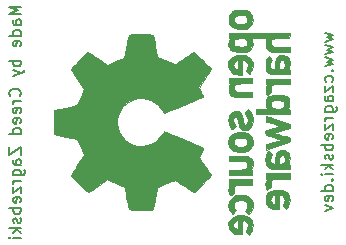
<source format=gbr>
%TF.GenerationSoftware,KiCad,Pcbnew,7.0.10-7.0.10~ubuntu22.04.1*%
%TF.CreationDate,2024-03-28T15:08:32-05:00*%
%TF.ProjectId,IIoT_Sensor,49496f54-5f53-4656-9e73-6f722e6b6963,1.0*%
%TF.SameCoordinates,Original*%
%TF.FileFunction,Legend,Bot*%
%TF.FilePolarity,Positive*%
%FSLAX46Y46*%
G04 Gerber Fmt 4.6, Leading zero omitted, Abs format (unit mm)*
G04 Created by KiCad (PCBNEW 7.0.10-7.0.10~ubuntu22.04.1) date 2024-03-28 15:08:32*
%MOMM*%
%LPD*%
G01*
G04 APERTURE LIST*
%ADD10C,0.150000*%
%ADD11C,0.010000*%
G04 APERTURE END LIST*
D10*
X173955152Y-75611065D02*
X174621819Y-75801541D01*
X174621819Y-75801541D02*
X174145628Y-75992017D01*
X174145628Y-75992017D02*
X174621819Y-76182493D01*
X174621819Y-76182493D02*
X173955152Y-76372969D01*
X173955152Y-76658684D02*
X174621819Y-76849160D01*
X174621819Y-76849160D02*
X174145628Y-77039636D01*
X174145628Y-77039636D02*
X174621819Y-77230112D01*
X174621819Y-77230112D02*
X173955152Y-77420588D01*
X173955152Y-77706303D02*
X174621819Y-77896779D01*
X174621819Y-77896779D02*
X174145628Y-78087255D01*
X174145628Y-78087255D02*
X174621819Y-78277731D01*
X174621819Y-78277731D02*
X173955152Y-78468207D01*
X174526580Y-78849160D02*
X174574200Y-78896779D01*
X174574200Y-78896779D02*
X174621819Y-78849160D01*
X174621819Y-78849160D02*
X174574200Y-78801541D01*
X174574200Y-78801541D02*
X174526580Y-78849160D01*
X174526580Y-78849160D02*
X174621819Y-78849160D01*
X174574200Y-79753921D02*
X174621819Y-79658683D01*
X174621819Y-79658683D02*
X174621819Y-79468207D01*
X174621819Y-79468207D02*
X174574200Y-79372969D01*
X174574200Y-79372969D02*
X174526580Y-79325350D01*
X174526580Y-79325350D02*
X174431342Y-79277731D01*
X174431342Y-79277731D02*
X174145628Y-79277731D01*
X174145628Y-79277731D02*
X174050390Y-79325350D01*
X174050390Y-79325350D02*
X174002771Y-79372969D01*
X174002771Y-79372969D02*
X173955152Y-79468207D01*
X173955152Y-79468207D02*
X173955152Y-79658683D01*
X173955152Y-79658683D02*
X174002771Y-79753921D01*
X173955152Y-80087255D02*
X173955152Y-80611064D01*
X173955152Y-80611064D02*
X174621819Y-80087255D01*
X174621819Y-80087255D02*
X174621819Y-80611064D01*
X174621819Y-81420588D02*
X174098009Y-81420588D01*
X174098009Y-81420588D02*
X174002771Y-81372969D01*
X174002771Y-81372969D02*
X173955152Y-81277731D01*
X173955152Y-81277731D02*
X173955152Y-81087255D01*
X173955152Y-81087255D02*
X174002771Y-80992017D01*
X174574200Y-81420588D02*
X174621819Y-81325350D01*
X174621819Y-81325350D02*
X174621819Y-81087255D01*
X174621819Y-81087255D02*
X174574200Y-80992017D01*
X174574200Y-80992017D02*
X174478961Y-80944398D01*
X174478961Y-80944398D02*
X174383723Y-80944398D01*
X174383723Y-80944398D02*
X174288485Y-80992017D01*
X174288485Y-80992017D02*
X174240866Y-81087255D01*
X174240866Y-81087255D02*
X174240866Y-81325350D01*
X174240866Y-81325350D02*
X174193247Y-81420588D01*
X173955152Y-82325350D02*
X174764676Y-82325350D01*
X174764676Y-82325350D02*
X174859914Y-82277731D01*
X174859914Y-82277731D02*
X174907533Y-82230112D01*
X174907533Y-82230112D02*
X174955152Y-82134874D01*
X174955152Y-82134874D02*
X174955152Y-81992017D01*
X174955152Y-81992017D02*
X174907533Y-81896779D01*
X174574200Y-82325350D02*
X174621819Y-82230112D01*
X174621819Y-82230112D02*
X174621819Y-82039636D01*
X174621819Y-82039636D02*
X174574200Y-81944398D01*
X174574200Y-81944398D02*
X174526580Y-81896779D01*
X174526580Y-81896779D02*
X174431342Y-81849160D01*
X174431342Y-81849160D02*
X174145628Y-81849160D01*
X174145628Y-81849160D02*
X174050390Y-81896779D01*
X174050390Y-81896779D02*
X174002771Y-81944398D01*
X174002771Y-81944398D02*
X173955152Y-82039636D01*
X173955152Y-82039636D02*
X173955152Y-82230112D01*
X173955152Y-82230112D02*
X174002771Y-82325350D01*
X174621819Y-82801541D02*
X173955152Y-82801541D01*
X174145628Y-82801541D02*
X174050390Y-82849160D01*
X174050390Y-82849160D02*
X174002771Y-82896779D01*
X174002771Y-82896779D02*
X173955152Y-82992017D01*
X173955152Y-82992017D02*
X173955152Y-83087255D01*
X173955152Y-83325351D02*
X173955152Y-83849160D01*
X173955152Y-83849160D02*
X174621819Y-83325351D01*
X174621819Y-83325351D02*
X174621819Y-83849160D01*
X174574200Y-84611065D02*
X174621819Y-84515827D01*
X174621819Y-84515827D02*
X174621819Y-84325351D01*
X174621819Y-84325351D02*
X174574200Y-84230113D01*
X174574200Y-84230113D02*
X174478961Y-84182494D01*
X174478961Y-84182494D02*
X174098009Y-84182494D01*
X174098009Y-84182494D02*
X174002771Y-84230113D01*
X174002771Y-84230113D02*
X173955152Y-84325351D01*
X173955152Y-84325351D02*
X173955152Y-84515827D01*
X173955152Y-84515827D02*
X174002771Y-84611065D01*
X174002771Y-84611065D02*
X174098009Y-84658684D01*
X174098009Y-84658684D02*
X174193247Y-84658684D01*
X174193247Y-84658684D02*
X174288485Y-84182494D01*
X174621819Y-85087256D02*
X173621819Y-85087256D01*
X174002771Y-85087256D02*
X173955152Y-85182494D01*
X173955152Y-85182494D02*
X173955152Y-85372970D01*
X173955152Y-85372970D02*
X174002771Y-85468208D01*
X174002771Y-85468208D02*
X174050390Y-85515827D01*
X174050390Y-85515827D02*
X174145628Y-85563446D01*
X174145628Y-85563446D02*
X174431342Y-85563446D01*
X174431342Y-85563446D02*
X174526580Y-85515827D01*
X174526580Y-85515827D02*
X174574200Y-85468208D01*
X174574200Y-85468208D02*
X174621819Y-85372970D01*
X174621819Y-85372970D02*
X174621819Y-85182494D01*
X174621819Y-85182494D02*
X174574200Y-85087256D01*
X174574200Y-85944399D02*
X174621819Y-86039637D01*
X174621819Y-86039637D02*
X174621819Y-86230113D01*
X174621819Y-86230113D02*
X174574200Y-86325351D01*
X174574200Y-86325351D02*
X174478961Y-86372970D01*
X174478961Y-86372970D02*
X174431342Y-86372970D01*
X174431342Y-86372970D02*
X174336104Y-86325351D01*
X174336104Y-86325351D02*
X174288485Y-86230113D01*
X174288485Y-86230113D02*
X174288485Y-86087256D01*
X174288485Y-86087256D02*
X174240866Y-85992018D01*
X174240866Y-85992018D02*
X174145628Y-85944399D01*
X174145628Y-85944399D02*
X174098009Y-85944399D01*
X174098009Y-85944399D02*
X174002771Y-85992018D01*
X174002771Y-85992018D02*
X173955152Y-86087256D01*
X173955152Y-86087256D02*
X173955152Y-86230113D01*
X173955152Y-86230113D02*
X174002771Y-86325351D01*
X174621819Y-86801542D02*
X173621819Y-86801542D01*
X174240866Y-86896780D02*
X174621819Y-87182494D01*
X173955152Y-87182494D02*
X174336104Y-86801542D01*
X174621819Y-87611066D02*
X173955152Y-87611066D01*
X173621819Y-87611066D02*
X173669438Y-87563447D01*
X173669438Y-87563447D02*
X173717057Y-87611066D01*
X173717057Y-87611066D02*
X173669438Y-87658685D01*
X173669438Y-87658685D02*
X173621819Y-87611066D01*
X173621819Y-87611066D02*
X173717057Y-87611066D01*
X174526580Y-88087256D02*
X174574200Y-88134875D01*
X174574200Y-88134875D02*
X174621819Y-88087256D01*
X174621819Y-88087256D02*
X174574200Y-88039637D01*
X174574200Y-88039637D02*
X174526580Y-88087256D01*
X174526580Y-88087256D02*
X174621819Y-88087256D01*
X174621819Y-88992017D02*
X173621819Y-88992017D01*
X174574200Y-88992017D02*
X174621819Y-88896779D01*
X174621819Y-88896779D02*
X174621819Y-88706303D01*
X174621819Y-88706303D02*
X174574200Y-88611065D01*
X174574200Y-88611065D02*
X174526580Y-88563446D01*
X174526580Y-88563446D02*
X174431342Y-88515827D01*
X174431342Y-88515827D02*
X174145628Y-88515827D01*
X174145628Y-88515827D02*
X174050390Y-88563446D01*
X174050390Y-88563446D02*
X174002771Y-88611065D01*
X174002771Y-88611065D02*
X173955152Y-88706303D01*
X173955152Y-88706303D02*
X173955152Y-88896779D01*
X173955152Y-88896779D02*
X174002771Y-88992017D01*
X174574200Y-89849160D02*
X174621819Y-89753922D01*
X174621819Y-89753922D02*
X174621819Y-89563446D01*
X174621819Y-89563446D02*
X174574200Y-89468208D01*
X174574200Y-89468208D02*
X174478961Y-89420589D01*
X174478961Y-89420589D02*
X174098009Y-89420589D01*
X174098009Y-89420589D02*
X174002771Y-89468208D01*
X174002771Y-89468208D02*
X173955152Y-89563446D01*
X173955152Y-89563446D02*
X173955152Y-89753922D01*
X173955152Y-89753922D02*
X174002771Y-89849160D01*
X174002771Y-89849160D02*
X174098009Y-89896779D01*
X174098009Y-89896779D02*
X174193247Y-89896779D01*
X174193247Y-89896779D02*
X174288485Y-89420589D01*
X173955152Y-90230113D02*
X174621819Y-90468208D01*
X174621819Y-90468208D02*
X173955152Y-90706303D01*
X148205819Y-73399284D02*
X147205819Y-73399284D01*
X147205819Y-73399284D02*
X147920104Y-73732617D01*
X147920104Y-73732617D02*
X147205819Y-74065950D01*
X147205819Y-74065950D02*
X148205819Y-74065950D01*
X148205819Y-74970712D02*
X147682009Y-74970712D01*
X147682009Y-74970712D02*
X147586771Y-74923093D01*
X147586771Y-74923093D02*
X147539152Y-74827855D01*
X147539152Y-74827855D02*
X147539152Y-74637379D01*
X147539152Y-74637379D02*
X147586771Y-74542141D01*
X148158200Y-74970712D02*
X148205819Y-74875474D01*
X148205819Y-74875474D02*
X148205819Y-74637379D01*
X148205819Y-74637379D02*
X148158200Y-74542141D01*
X148158200Y-74542141D02*
X148062961Y-74494522D01*
X148062961Y-74494522D02*
X147967723Y-74494522D01*
X147967723Y-74494522D02*
X147872485Y-74542141D01*
X147872485Y-74542141D02*
X147824866Y-74637379D01*
X147824866Y-74637379D02*
X147824866Y-74875474D01*
X147824866Y-74875474D02*
X147777247Y-74970712D01*
X148205819Y-75875474D02*
X147205819Y-75875474D01*
X148158200Y-75875474D02*
X148205819Y-75780236D01*
X148205819Y-75780236D02*
X148205819Y-75589760D01*
X148205819Y-75589760D02*
X148158200Y-75494522D01*
X148158200Y-75494522D02*
X148110580Y-75446903D01*
X148110580Y-75446903D02*
X148015342Y-75399284D01*
X148015342Y-75399284D02*
X147729628Y-75399284D01*
X147729628Y-75399284D02*
X147634390Y-75446903D01*
X147634390Y-75446903D02*
X147586771Y-75494522D01*
X147586771Y-75494522D02*
X147539152Y-75589760D01*
X147539152Y-75589760D02*
X147539152Y-75780236D01*
X147539152Y-75780236D02*
X147586771Y-75875474D01*
X148158200Y-76732617D02*
X148205819Y-76637379D01*
X148205819Y-76637379D02*
X148205819Y-76446903D01*
X148205819Y-76446903D02*
X148158200Y-76351665D01*
X148158200Y-76351665D02*
X148062961Y-76304046D01*
X148062961Y-76304046D02*
X147682009Y-76304046D01*
X147682009Y-76304046D02*
X147586771Y-76351665D01*
X147586771Y-76351665D02*
X147539152Y-76446903D01*
X147539152Y-76446903D02*
X147539152Y-76637379D01*
X147539152Y-76637379D02*
X147586771Y-76732617D01*
X147586771Y-76732617D02*
X147682009Y-76780236D01*
X147682009Y-76780236D02*
X147777247Y-76780236D01*
X147777247Y-76780236D02*
X147872485Y-76304046D01*
X148205819Y-77970713D02*
X147205819Y-77970713D01*
X147586771Y-77970713D02*
X147539152Y-78065951D01*
X147539152Y-78065951D02*
X147539152Y-78256427D01*
X147539152Y-78256427D02*
X147586771Y-78351665D01*
X147586771Y-78351665D02*
X147634390Y-78399284D01*
X147634390Y-78399284D02*
X147729628Y-78446903D01*
X147729628Y-78446903D02*
X148015342Y-78446903D01*
X148015342Y-78446903D02*
X148110580Y-78399284D01*
X148110580Y-78399284D02*
X148158200Y-78351665D01*
X148158200Y-78351665D02*
X148205819Y-78256427D01*
X148205819Y-78256427D02*
X148205819Y-78065951D01*
X148205819Y-78065951D02*
X148158200Y-77970713D01*
X147539152Y-78780237D02*
X148205819Y-79018332D01*
X147539152Y-79256427D02*
X148205819Y-79018332D01*
X148205819Y-79018332D02*
X148443914Y-78923094D01*
X148443914Y-78923094D02*
X148491533Y-78875475D01*
X148491533Y-78875475D02*
X148539152Y-78780237D01*
X148110580Y-80970713D02*
X148158200Y-80923094D01*
X148158200Y-80923094D02*
X148205819Y-80780237D01*
X148205819Y-80780237D02*
X148205819Y-80684999D01*
X148205819Y-80684999D02*
X148158200Y-80542142D01*
X148158200Y-80542142D02*
X148062961Y-80446904D01*
X148062961Y-80446904D02*
X147967723Y-80399285D01*
X147967723Y-80399285D02*
X147777247Y-80351666D01*
X147777247Y-80351666D02*
X147634390Y-80351666D01*
X147634390Y-80351666D02*
X147443914Y-80399285D01*
X147443914Y-80399285D02*
X147348676Y-80446904D01*
X147348676Y-80446904D02*
X147253438Y-80542142D01*
X147253438Y-80542142D02*
X147205819Y-80684999D01*
X147205819Y-80684999D02*
X147205819Y-80780237D01*
X147205819Y-80780237D02*
X147253438Y-80923094D01*
X147253438Y-80923094D02*
X147301057Y-80970713D01*
X148205819Y-81399285D02*
X147539152Y-81399285D01*
X147729628Y-81399285D02*
X147634390Y-81446904D01*
X147634390Y-81446904D02*
X147586771Y-81494523D01*
X147586771Y-81494523D02*
X147539152Y-81589761D01*
X147539152Y-81589761D02*
X147539152Y-81684999D01*
X148158200Y-82399285D02*
X148205819Y-82304047D01*
X148205819Y-82304047D02*
X148205819Y-82113571D01*
X148205819Y-82113571D02*
X148158200Y-82018333D01*
X148158200Y-82018333D02*
X148062961Y-81970714D01*
X148062961Y-81970714D02*
X147682009Y-81970714D01*
X147682009Y-81970714D02*
X147586771Y-82018333D01*
X147586771Y-82018333D02*
X147539152Y-82113571D01*
X147539152Y-82113571D02*
X147539152Y-82304047D01*
X147539152Y-82304047D02*
X147586771Y-82399285D01*
X147586771Y-82399285D02*
X147682009Y-82446904D01*
X147682009Y-82446904D02*
X147777247Y-82446904D01*
X147777247Y-82446904D02*
X147872485Y-81970714D01*
X148158200Y-83256428D02*
X148205819Y-83161190D01*
X148205819Y-83161190D02*
X148205819Y-82970714D01*
X148205819Y-82970714D02*
X148158200Y-82875476D01*
X148158200Y-82875476D02*
X148062961Y-82827857D01*
X148062961Y-82827857D02*
X147682009Y-82827857D01*
X147682009Y-82827857D02*
X147586771Y-82875476D01*
X147586771Y-82875476D02*
X147539152Y-82970714D01*
X147539152Y-82970714D02*
X147539152Y-83161190D01*
X147539152Y-83161190D02*
X147586771Y-83256428D01*
X147586771Y-83256428D02*
X147682009Y-83304047D01*
X147682009Y-83304047D02*
X147777247Y-83304047D01*
X147777247Y-83304047D02*
X147872485Y-82827857D01*
X148205819Y-84161190D02*
X147205819Y-84161190D01*
X148158200Y-84161190D02*
X148205819Y-84065952D01*
X148205819Y-84065952D02*
X148205819Y-83875476D01*
X148205819Y-83875476D02*
X148158200Y-83780238D01*
X148158200Y-83780238D02*
X148110580Y-83732619D01*
X148110580Y-83732619D02*
X148015342Y-83685000D01*
X148015342Y-83685000D02*
X147729628Y-83685000D01*
X147729628Y-83685000D02*
X147634390Y-83732619D01*
X147634390Y-83732619D02*
X147586771Y-83780238D01*
X147586771Y-83780238D02*
X147539152Y-83875476D01*
X147539152Y-83875476D02*
X147539152Y-84065952D01*
X147539152Y-84065952D02*
X147586771Y-84161190D01*
X147205819Y-85304048D02*
X147205819Y-85970714D01*
X147205819Y-85970714D02*
X148205819Y-85304048D01*
X148205819Y-85304048D02*
X148205819Y-85970714D01*
X148205819Y-86780238D02*
X147682009Y-86780238D01*
X147682009Y-86780238D02*
X147586771Y-86732619D01*
X147586771Y-86732619D02*
X147539152Y-86637381D01*
X147539152Y-86637381D02*
X147539152Y-86446905D01*
X147539152Y-86446905D02*
X147586771Y-86351667D01*
X148158200Y-86780238D02*
X148205819Y-86685000D01*
X148205819Y-86685000D02*
X148205819Y-86446905D01*
X148205819Y-86446905D02*
X148158200Y-86351667D01*
X148158200Y-86351667D02*
X148062961Y-86304048D01*
X148062961Y-86304048D02*
X147967723Y-86304048D01*
X147967723Y-86304048D02*
X147872485Y-86351667D01*
X147872485Y-86351667D02*
X147824866Y-86446905D01*
X147824866Y-86446905D02*
X147824866Y-86685000D01*
X147824866Y-86685000D02*
X147777247Y-86780238D01*
X147539152Y-87685000D02*
X148348676Y-87685000D01*
X148348676Y-87685000D02*
X148443914Y-87637381D01*
X148443914Y-87637381D02*
X148491533Y-87589762D01*
X148491533Y-87589762D02*
X148539152Y-87494524D01*
X148539152Y-87494524D02*
X148539152Y-87351667D01*
X148539152Y-87351667D02*
X148491533Y-87256429D01*
X148158200Y-87685000D02*
X148205819Y-87589762D01*
X148205819Y-87589762D02*
X148205819Y-87399286D01*
X148205819Y-87399286D02*
X148158200Y-87304048D01*
X148158200Y-87304048D02*
X148110580Y-87256429D01*
X148110580Y-87256429D02*
X148015342Y-87208810D01*
X148015342Y-87208810D02*
X147729628Y-87208810D01*
X147729628Y-87208810D02*
X147634390Y-87256429D01*
X147634390Y-87256429D02*
X147586771Y-87304048D01*
X147586771Y-87304048D02*
X147539152Y-87399286D01*
X147539152Y-87399286D02*
X147539152Y-87589762D01*
X147539152Y-87589762D02*
X147586771Y-87685000D01*
X148205819Y-88161191D02*
X147539152Y-88161191D01*
X147729628Y-88161191D02*
X147634390Y-88208810D01*
X147634390Y-88208810D02*
X147586771Y-88256429D01*
X147586771Y-88256429D02*
X147539152Y-88351667D01*
X147539152Y-88351667D02*
X147539152Y-88446905D01*
X147539152Y-88685001D02*
X147539152Y-89208810D01*
X147539152Y-89208810D02*
X148205819Y-88685001D01*
X148205819Y-88685001D02*
X148205819Y-89208810D01*
X148158200Y-89970715D02*
X148205819Y-89875477D01*
X148205819Y-89875477D02*
X148205819Y-89685001D01*
X148205819Y-89685001D02*
X148158200Y-89589763D01*
X148158200Y-89589763D02*
X148062961Y-89542144D01*
X148062961Y-89542144D02*
X147682009Y-89542144D01*
X147682009Y-89542144D02*
X147586771Y-89589763D01*
X147586771Y-89589763D02*
X147539152Y-89685001D01*
X147539152Y-89685001D02*
X147539152Y-89875477D01*
X147539152Y-89875477D02*
X147586771Y-89970715D01*
X147586771Y-89970715D02*
X147682009Y-90018334D01*
X147682009Y-90018334D02*
X147777247Y-90018334D01*
X147777247Y-90018334D02*
X147872485Y-89542144D01*
X148205819Y-90446906D02*
X147205819Y-90446906D01*
X147586771Y-90446906D02*
X147539152Y-90542144D01*
X147539152Y-90542144D02*
X147539152Y-90732620D01*
X147539152Y-90732620D02*
X147586771Y-90827858D01*
X147586771Y-90827858D02*
X147634390Y-90875477D01*
X147634390Y-90875477D02*
X147729628Y-90923096D01*
X147729628Y-90923096D02*
X148015342Y-90923096D01*
X148015342Y-90923096D02*
X148110580Y-90875477D01*
X148110580Y-90875477D02*
X148158200Y-90827858D01*
X148158200Y-90827858D02*
X148205819Y-90732620D01*
X148205819Y-90732620D02*
X148205819Y-90542144D01*
X148205819Y-90542144D02*
X148158200Y-90446906D01*
X148158200Y-91304049D02*
X148205819Y-91399287D01*
X148205819Y-91399287D02*
X148205819Y-91589763D01*
X148205819Y-91589763D02*
X148158200Y-91685001D01*
X148158200Y-91685001D02*
X148062961Y-91732620D01*
X148062961Y-91732620D02*
X148015342Y-91732620D01*
X148015342Y-91732620D02*
X147920104Y-91685001D01*
X147920104Y-91685001D02*
X147872485Y-91589763D01*
X147872485Y-91589763D02*
X147872485Y-91446906D01*
X147872485Y-91446906D02*
X147824866Y-91351668D01*
X147824866Y-91351668D02*
X147729628Y-91304049D01*
X147729628Y-91304049D02*
X147682009Y-91304049D01*
X147682009Y-91304049D02*
X147586771Y-91351668D01*
X147586771Y-91351668D02*
X147539152Y-91446906D01*
X147539152Y-91446906D02*
X147539152Y-91589763D01*
X147539152Y-91589763D02*
X147586771Y-91685001D01*
X148205819Y-92161192D02*
X147205819Y-92161192D01*
X147824866Y-92256430D02*
X148205819Y-92542144D01*
X147539152Y-92542144D02*
X147920104Y-92161192D01*
X148205819Y-92970716D02*
X147539152Y-92970716D01*
X147205819Y-92970716D02*
X147253438Y-92923097D01*
X147253438Y-92923097D02*
X147301057Y-92970716D01*
X147301057Y-92970716D02*
X147253438Y-93018335D01*
X147253438Y-93018335D02*
X147205819Y-92970716D01*
X147205819Y-92970716D02*
X147301057Y-92970716D01*
%TO.C,REF\u002A\u002A*%
D11*
X167788767Y-88491899D02*
X166410692Y-88491899D01*
X166305166Y-88605763D01*
X166275175Y-88641336D01*
X166223934Y-88747297D01*
X166221881Y-88877783D01*
X166267096Y-89055456D01*
X166269959Y-89115350D01*
X166226096Y-89185609D01*
X166121841Y-89279126D01*
X166064173Y-89324490D01*
X165982748Y-89378139D01*
X165930918Y-89386407D01*
X165887194Y-89356369D01*
X165831903Y-89264155D01*
X165788145Y-89120932D01*
X165766447Y-88965543D01*
X165774617Y-88834197D01*
X165806483Y-88732117D01*
X165859450Y-88606407D01*
X165887914Y-88545541D01*
X165893060Y-88501613D01*
X165853606Y-88491899D01*
X165852490Y-88491890D01*
X165814823Y-88471321D01*
X165795516Y-88400381D01*
X165790078Y-88262883D01*
X165790078Y-88033866D01*
X167788767Y-88033866D01*
X167788767Y-88491899D01*
G36*
X167788767Y-88491899D02*
G01*
X166410692Y-88491899D01*
X166305166Y-88605763D01*
X166275175Y-88641336D01*
X166223934Y-88747297D01*
X166221881Y-88877783D01*
X166267096Y-89055456D01*
X166269959Y-89115350D01*
X166226096Y-89185609D01*
X166121841Y-89279126D01*
X166064173Y-89324490D01*
X165982748Y-89378139D01*
X165930918Y-89386407D01*
X165887194Y-89356369D01*
X165831903Y-89264155D01*
X165788145Y-89120932D01*
X165766447Y-88965543D01*
X165774617Y-88834197D01*
X165806483Y-88732117D01*
X165859450Y-88606407D01*
X165887914Y-88545541D01*
X165893060Y-88501613D01*
X165853606Y-88491899D01*
X165852490Y-88491890D01*
X165814823Y-88471321D01*
X165795516Y-88400381D01*
X165790078Y-88262883D01*
X165790078Y-88033866D01*
X167788767Y-88033866D01*
X167788767Y-88491899D01*
G37*
X170953357Y-87992227D02*
X170289086Y-87992227D01*
X170250952Y-87992282D01*
X169982883Y-87996189D01*
X169764520Y-88005779D01*
X169607029Y-88020366D01*
X169521573Y-88039268D01*
X169489313Y-88056623D01*
X169388134Y-88163462D01*
X169343347Y-88308989D01*
X169364241Y-88467896D01*
X169378402Y-88506874D01*
X169403433Y-88589907D01*
X169395660Y-88646655D01*
X169344781Y-88703757D01*
X169240493Y-88787850D01*
X169068284Y-88924242D01*
X168990657Y-88828375D01*
X168943931Y-88737245D01*
X168912374Y-88577170D01*
X168911340Y-88396744D01*
X168940452Y-88227743D01*
X168999330Y-88101941D01*
X169085631Y-87992227D01*
X168999330Y-87992227D01*
X168966562Y-87989493D01*
X168931821Y-87964055D01*
X168916477Y-87895262D01*
X168913029Y-87763211D01*
X168913029Y-87534194D01*
X170953357Y-87534194D01*
X170953357Y-87992227D01*
G36*
X170953357Y-87992227D02*
G01*
X170289086Y-87992227D01*
X170250952Y-87992282D01*
X169982883Y-87996189D01*
X169764520Y-88005779D01*
X169607029Y-88020366D01*
X169521573Y-88039268D01*
X169489313Y-88056623D01*
X169388134Y-88163462D01*
X169343347Y-88308989D01*
X169364241Y-88467896D01*
X169378402Y-88506874D01*
X169403433Y-88589907D01*
X169395660Y-88646655D01*
X169344781Y-88703757D01*
X169240493Y-88787850D01*
X169068284Y-88924242D01*
X168990657Y-88828375D01*
X168943931Y-88737245D01*
X168912374Y-88577170D01*
X168911340Y-88396744D01*
X168940452Y-88227743D01*
X168999330Y-88101941D01*
X169085631Y-87992227D01*
X168999330Y-87992227D01*
X168966562Y-87989493D01*
X168931821Y-87964055D01*
X168916477Y-87895262D01*
X168913029Y-87763211D01*
X168913029Y-87534194D01*
X170953357Y-87534194D01*
X170953357Y-87992227D01*
G37*
X170953357Y-79955833D02*
X170310658Y-79955833D01*
X170161160Y-79956294D01*
X169913555Y-79961029D01*
X169730248Y-79973015D01*
X169598566Y-79994854D01*
X169505838Y-80029145D01*
X169439393Y-80078489D01*
X169386560Y-80145487D01*
X169347192Y-80218627D01*
X169336030Y-80305235D01*
X169360852Y-80428411D01*
X169371186Y-80467995D01*
X169386739Y-80566800D01*
X169364454Y-80637451D01*
X169295482Y-80719335D01*
X169280482Y-80734873D01*
X169187691Y-80820781D01*
X169112247Y-80876182D01*
X169094072Y-80883782D01*
X169026958Y-80868723D01*
X168973301Y-80792363D01*
X168935643Y-80671849D01*
X168916527Y-80524326D01*
X168918495Y-80366940D01*
X168944089Y-80216836D01*
X168995851Y-80091161D01*
X169020022Y-80051326D01*
X169055398Y-79984263D01*
X169047297Y-79959438D01*
X168995696Y-79955833D01*
X168977169Y-79954988D01*
X168936132Y-79934900D01*
X168917454Y-79872588D01*
X168913029Y-79747637D01*
X168913029Y-79539440D01*
X170953357Y-79539440D01*
X170953357Y-79955833D01*
G36*
X170953357Y-79955833D02*
G01*
X170310658Y-79955833D01*
X170161160Y-79956294D01*
X169913555Y-79961029D01*
X169730248Y-79973015D01*
X169598566Y-79994854D01*
X169505838Y-80029145D01*
X169439393Y-80078489D01*
X169386560Y-80145487D01*
X169347192Y-80218627D01*
X169336030Y-80305235D01*
X169360852Y-80428411D01*
X169371186Y-80467995D01*
X169386739Y-80566800D01*
X169364454Y-80637451D01*
X169295482Y-80719335D01*
X169280482Y-80734873D01*
X169187691Y-80820781D01*
X169112247Y-80876182D01*
X169094072Y-80883782D01*
X169026958Y-80868723D01*
X168973301Y-80792363D01*
X168935643Y-80671849D01*
X168916527Y-80524326D01*
X168918495Y-80366940D01*
X168944089Y-80216836D01*
X168995851Y-80091161D01*
X169020022Y-80051326D01*
X169055398Y-79984263D01*
X169047297Y-79959438D01*
X168995696Y-79955833D01*
X168977169Y-79954988D01*
X168936132Y-79934900D01*
X168917454Y-79872588D01*
X168913029Y-79747637D01*
X168913029Y-79539440D01*
X170953357Y-79539440D01*
X170953357Y-79955833D01*
G37*
X166780032Y-86035892D02*
X167049741Y-86041444D01*
X167255429Y-86055375D01*
X167408871Y-86081059D01*
X167521842Y-86121871D01*
X167606118Y-86181185D01*
X167673472Y-86262376D01*
X167735680Y-86368818D01*
X167814430Y-86592337D01*
X167819568Y-86825611D01*
X167747046Y-87045548D01*
X167700035Y-87141510D01*
X167693008Y-87189117D01*
X167726227Y-87201079D01*
X167763525Y-87220941D01*
X167783172Y-87292034D01*
X167788767Y-87430096D01*
X167788767Y-87659112D01*
X165790078Y-87659112D01*
X165790078Y-87201079D01*
X166438225Y-87201079D01*
X166729810Y-87197567D01*
X166965305Y-87183818D01*
X167136475Y-87155964D01*
X167252909Y-87110147D01*
X167324201Y-87042507D01*
X167359942Y-86949186D01*
X167369725Y-86826325D01*
X167360994Y-86709017D01*
X167326819Y-86614274D01*
X167257585Y-86545411D01*
X167143700Y-86498567D01*
X166975574Y-86469886D01*
X166743612Y-86455507D01*
X166438225Y-86451571D01*
X165790078Y-86451571D01*
X165790078Y-86035178D01*
X166571465Y-86035178D01*
X166780032Y-86035892D01*
G36*
X166780032Y-86035892D02*
G01*
X167049741Y-86041444D01*
X167255429Y-86055375D01*
X167408871Y-86081059D01*
X167521842Y-86121871D01*
X167606118Y-86181185D01*
X167673472Y-86262376D01*
X167735680Y-86368818D01*
X167814430Y-86592337D01*
X167819568Y-86825611D01*
X167747046Y-87045548D01*
X167700035Y-87141510D01*
X167693008Y-87189117D01*
X167726227Y-87201079D01*
X167763525Y-87220941D01*
X167783172Y-87292034D01*
X167788767Y-87430096D01*
X167788767Y-87659112D01*
X165790078Y-87659112D01*
X165790078Y-87201079D01*
X166438225Y-87201079D01*
X166729810Y-87197567D01*
X166965305Y-87183818D01*
X167136475Y-87155964D01*
X167252909Y-87110147D01*
X167324201Y-87042507D01*
X167359942Y-86949186D01*
X167369725Y-86826325D01*
X167360994Y-86709017D01*
X167326819Y-86614274D01*
X167257585Y-86545411D01*
X167143700Y-86498567D01*
X166975574Y-86469886D01*
X166743612Y-86455507D01*
X166438225Y-86451571D01*
X165790078Y-86451571D01*
X165790078Y-86035178D01*
X166571465Y-86035178D01*
X166780032Y-86035892D01*
G37*
X167788767Y-79914194D02*
X167099825Y-79914194D01*
X166867184Y-79914507D01*
X166676082Y-79916649D01*
X166542355Y-79922379D01*
X166452377Y-79933460D01*
X166392521Y-79951650D01*
X166349163Y-79978710D01*
X166308677Y-80016400D01*
X166265615Y-80067740D01*
X166207757Y-80215369D01*
X166224738Y-80370332D01*
X166316248Y-80512287D01*
X166358838Y-80552860D01*
X166401940Y-80581987D01*
X166459300Y-80601522D01*
X166544721Y-80613382D01*
X166672007Y-80619482D01*
X166854964Y-80621737D01*
X167107395Y-80622063D01*
X167788767Y-80622063D01*
X167788767Y-81080096D01*
X167049668Y-81079181D01*
X167016747Y-81079119D01*
X166702362Y-81075148D01*
X166458147Y-81062948D01*
X166272227Y-81039386D01*
X166132725Y-81001325D01*
X166027767Y-80945631D01*
X165945475Y-80869169D01*
X165873976Y-80768803D01*
X165824477Y-80665171D01*
X165779505Y-80456464D01*
X165786138Y-80239336D01*
X165845775Y-80049522D01*
X165886309Y-79965830D01*
X165890495Y-79923738D01*
X165853606Y-79914194D01*
X165852490Y-79914185D01*
X165814823Y-79893616D01*
X165795516Y-79822677D01*
X165790078Y-79685178D01*
X165790078Y-79456161D01*
X167788767Y-79456161D01*
X167788767Y-79914194D01*
G36*
X167788767Y-79914194D02*
G01*
X167099825Y-79914194D01*
X166867184Y-79914507D01*
X166676082Y-79916649D01*
X166542355Y-79922379D01*
X166452377Y-79933460D01*
X166392521Y-79951650D01*
X166349163Y-79978710D01*
X166308677Y-80016400D01*
X166265615Y-80067740D01*
X166207757Y-80215369D01*
X166224738Y-80370332D01*
X166316248Y-80512287D01*
X166358838Y-80552860D01*
X166401940Y-80581987D01*
X166459300Y-80601522D01*
X166544721Y-80613382D01*
X166672007Y-80619482D01*
X166854964Y-80621737D01*
X167107395Y-80622063D01*
X167788767Y-80622063D01*
X167788767Y-81080096D01*
X167049668Y-81079181D01*
X167016747Y-81079119D01*
X166702362Y-81075148D01*
X166458147Y-81062948D01*
X166272227Y-81039386D01*
X166132725Y-81001325D01*
X166027767Y-80945631D01*
X165945475Y-80869169D01*
X165873976Y-80768803D01*
X165824477Y-80665171D01*
X165779505Y-80456464D01*
X165786138Y-80239336D01*
X165845775Y-80049522D01*
X165886309Y-79965830D01*
X165890495Y-79923738D01*
X165853606Y-79914194D01*
X165852490Y-79914185D01*
X165814823Y-79893616D01*
X165795516Y-79822677D01*
X165790078Y-79685178D01*
X165790078Y-79456161D01*
X167788767Y-79456161D01*
X167788767Y-79914194D01*
G37*
X166941659Y-89343644D02*
X167170705Y-89374717D01*
X167351553Y-89436816D01*
X167477599Y-89513489D01*
X167656163Y-89682257D01*
X167769669Y-89893279D01*
X167815567Y-90073823D01*
X167820580Y-90348736D01*
X167751357Y-90611803D01*
X167610892Y-90845086D01*
X167486435Y-90996074D01*
X167346126Y-90860081D01*
X167263006Y-90774165D01*
X167216727Y-90696450D01*
X167226918Y-90624393D01*
X167289094Y-90532227D01*
X167313436Y-90495478D01*
X167363256Y-90340225D01*
X167363225Y-90161780D01*
X167311878Y-89994713D01*
X167270644Y-89931805D01*
X167148880Y-89839530D01*
X166970038Y-89793271D01*
X166726287Y-89790294D01*
X166726150Y-89790303D01*
X166508068Y-89824721D01*
X166356863Y-89900538D01*
X166263332Y-90025297D01*
X166218271Y-90206538D01*
X166212210Y-90320673D01*
X166237027Y-90420399D01*
X166308924Y-90522677D01*
X166420292Y-90655030D01*
X166285593Y-90822645D01*
X166233991Y-90883882D01*
X166160056Y-90960371D01*
X166116485Y-90990260D01*
X166096850Y-90979675D01*
X166036565Y-90918711D01*
X165959895Y-90821594D01*
X165910004Y-90745606D01*
X165807516Y-90504351D01*
X165771729Y-90252598D01*
X165799612Y-90005527D01*
X165888131Y-89778322D01*
X166034255Y-89586165D01*
X166234953Y-89444239D01*
X166255417Y-89434655D01*
X166455007Y-89373806D01*
X166693424Y-89343405D01*
X166941659Y-89343644D01*
G36*
X166941659Y-89343644D02*
G01*
X167170705Y-89374717D01*
X167351553Y-89436816D01*
X167477599Y-89513489D01*
X167656163Y-89682257D01*
X167769669Y-89893279D01*
X167815567Y-90073823D01*
X167820580Y-90348736D01*
X167751357Y-90611803D01*
X167610892Y-90845086D01*
X167486435Y-90996074D01*
X167346126Y-90860081D01*
X167263006Y-90774165D01*
X167216727Y-90696450D01*
X167226918Y-90624393D01*
X167289094Y-90532227D01*
X167313436Y-90495478D01*
X167363256Y-90340225D01*
X167363225Y-90161780D01*
X167311878Y-89994713D01*
X167270644Y-89931805D01*
X167148880Y-89839530D01*
X166970038Y-89793271D01*
X166726287Y-89790294D01*
X166726150Y-89790303D01*
X166508068Y-89824721D01*
X166356863Y-89900538D01*
X166263332Y-90025297D01*
X166218271Y-90206538D01*
X166212210Y-90320673D01*
X166237027Y-90420399D01*
X166308924Y-90522677D01*
X166420292Y-90655030D01*
X166285593Y-90822645D01*
X166233991Y-90883882D01*
X166160056Y-90960371D01*
X166116485Y-90990260D01*
X166096850Y-90979675D01*
X166036565Y-90918711D01*
X165959895Y-90821594D01*
X165910004Y-90745606D01*
X165807516Y-90504351D01*
X165771729Y-90252598D01*
X165799612Y-90005527D01*
X165888131Y-89778322D01*
X166034255Y-89586165D01*
X166234953Y-89444239D01*
X166255417Y-89434655D01*
X166455007Y-89373806D01*
X166693424Y-89343405D01*
X166941659Y-89343644D01*
G37*
X167064834Y-84058317D02*
X167316417Y-84109662D01*
X167508392Y-84201501D01*
X167653398Y-84341284D01*
X167764075Y-84536459D01*
X167790415Y-84612237D01*
X167823279Y-84808490D01*
X167822386Y-85015008D01*
X167786287Y-85189270D01*
X167784977Y-85192695D01*
X167702366Y-85333128D01*
X167574480Y-85475005D01*
X167428237Y-85592730D01*
X167290551Y-85660706D01*
X167189905Y-85680857D01*
X167001464Y-85698108D01*
X166786853Y-85701802D01*
X166573247Y-85692546D01*
X166387821Y-85670949D01*
X166257752Y-85637617D01*
X166110488Y-85559978D01*
X165929419Y-85395199D01*
X165814719Y-85184584D01*
X165769320Y-84934399D01*
X165773548Y-84889724D01*
X166210501Y-84889724D01*
X166243028Y-85039167D01*
X166337105Y-85163254D01*
X166487604Y-85241859D01*
X166617560Y-85269237D01*
X166833495Y-85281487D01*
X167034965Y-85256408D01*
X167200513Y-85197491D01*
X167308686Y-85108229D01*
X167327259Y-85074396D01*
X167361018Y-84945381D01*
X167367964Y-84796156D01*
X167344504Y-84670613D01*
X167310863Y-84621614D01*
X167193217Y-84552835D01*
X167009091Y-84509557D01*
X166767467Y-84494522D01*
X166697913Y-84494762D01*
X166556978Y-84499986D01*
X166465040Y-84517356D01*
X166397107Y-84553798D01*
X166328187Y-84616237D01*
X166244652Y-84735050D01*
X166210501Y-84889724D01*
X165773548Y-84889724D01*
X165796150Y-84650905D01*
X165807580Y-84603733D01*
X165906144Y-84384056D01*
X166067963Y-84218520D01*
X166293048Y-84107119D01*
X166581409Y-84049848D01*
X166767467Y-84048182D01*
X166933056Y-84046700D01*
X167064834Y-84058317D01*
G36*
X167064834Y-84058317D02*
G01*
X167316417Y-84109662D01*
X167508392Y-84201501D01*
X167653398Y-84341284D01*
X167764075Y-84536459D01*
X167790415Y-84612237D01*
X167823279Y-84808490D01*
X167822386Y-85015008D01*
X167786287Y-85189270D01*
X167784977Y-85192695D01*
X167702366Y-85333128D01*
X167574480Y-85475005D01*
X167428237Y-85592730D01*
X167290551Y-85660706D01*
X167189905Y-85680857D01*
X167001464Y-85698108D01*
X166786853Y-85701802D01*
X166573247Y-85692546D01*
X166387821Y-85670949D01*
X166257752Y-85637617D01*
X166110488Y-85559978D01*
X165929419Y-85395199D01*
X165814719Y-85184584D01*
X165769320Y-84934399D01*
X165773548Y-84889724D01*
X166210501Y-84889724D01*
X166243028Y-85039167D01*
X166337105Y-85163254D01*
X166487604Y-85241859D01*
X166617560Y-85269237D01*
X166833495Y-85281487D01*
X167034965Y-85256408D01*
X167200513Y-85197491D01*
X167308686Y-85108229D01*
X167327259Y-85074396D01*
X167361018Y-84945381D01*
X167367964Y-84796156D01*
X167344504Y-84670613D01*
X167310863Y-84621614D01*
X167193217Y-84552835D01*
X167009091Y-84509557D01*
X166767467Y-84494522D01*
X166697913Y-84494762D01*
X166556978Y-84499986D01*
X166465040Y-84517356D01*
X166397107Y-84553798D01*
X166328187Y-84616237D01*
X166244652Y-84735050D01*
X166210501Y-84889724D01*
X165773548Y-84889724D01*
X165796150Y-84650905D01*
X165807580Y-84603733D01*
X165906144Y-84384056D01*
X166067963Y-84218520D01*
X166293048Y-84107119D01*
X166581409Y-84049848D01*
X166767467Y-84048182D01*
X166933056Y-84046700D01*
X167064834Y-84058317D01*
G37*
X168992722Y-82682237D02*
X169094990Y-82715432D01*
X169256962Y-82767402D01*
X169467052Y-82834443D01*
X169713673Y-82912854D01*
X169985242Y-82998930D01*
X170953357Y-83305330D01*
X170953357Y-83688609D01*
X170339176Y-83869206D01*
X170226396Y-83902554D01*
X170021362Y-83964185D01*
X169850519Y-84016848D01*
X169729131Y-84055801D01*
X169672463Y-84076302D01*
X169668235Y-84082143D01*
X169704788Y-84110566D01*
X169801451Y-84151148D01*
X169943119Y-84197144D01*
X169951440Y-84199574D01*
X170160518Y-84261155D01*
X170397249Y-84331616D01*
X170611984Y-84396181D01*
X170957660Y-84500874D01*
X170945099Y-84693945D01*
X170932537Y-84887015D01*
X170370406Y-85065835D01*
X170123406Y-85144344D01*
X169846385Y-85232286D01*
X169580817Y-85316496D01*
X169360652Y-85386202D01*
X168913029Y-85527750D01*
X168913029Y-85054199D01*
X169339832Y-84939418D01*
X169452607Y-84908905D01*
X169662850Y-84851196D01*
X169854118Y-84797754D01*
X169995652Y-84757127D01*
X170224668Y-84689618D01*
X169579258Y-84474311D01*
X168933849Y-84259005D01*
X168909123Y-83929641D01*
X169566870Y-83715087D01*
X169734825Y-83658794D01*
X169920756Y-83592201D01*
X170061611Y-83536593D01*
X170145912Y-83496567D01*
X170162183Y-83476719D01*
X170148034Y-83471929D01*
X170061245Y-83446007D01*
X169916291Y-83404718D01*
X169729400Y-83352648D01*
X169516799Y-83294380D01*
X168933849Y-83135855D01*
X168921202Y-82893810D01*
X168920189Y-82873378D01*
X168918849Y-82742855D01*
X168932248Y-82680135D01*
X168962842Y-82672147D01*
X168992722Y-82682237D01*
G36*
X168992722Y-82682237D02*
G01*
X169094990Y-82715432D01*
X169256962Y-82767402D01*
X169467052Y-82834443D01*
X169713673Y-82912854D01*
X169985242Y-82998930D01*
X170953357Y-83305330D01*
X170953357Y-83688609D01*
X170339176Y-83869206D01*
X170226396Y-83902554D01*
X170021362Y-83964185D01*
X169850519Y-84016848D01*
X169729131Y-84055801D01*
X169672463Y-84076302D01*
X169668235Y-84082143D01*
X169704788Y-84110566D01*
X169801451Y-84151148D01*
X169943119Y-84197144D01*
X169951440Y-84199574D01*
X170160518Y-84261155D01*
X170397249Y-84331616D01*
X170611984Y-84396181D01*
X170957660Y-84500874D01*
X170945099Y-84693945D01*
X170932537Y-84887015D01*
X170370406Y-85065835D01*
X170123406Y-85144344D01*
X169846385Y-85232286D01*
X169580817Y-85316496D01*
X169360652Y-85386202D01*
X168913029Y-85527750D01*
X168913029Y-85054199D01*
X169339832Y-84939418D01*
X169452607Y-84908905D01*
X169662850Y-84851196D01*
X169854118Y-84797754D01*
X169995652Y-84757127D01*
X170224668Y-84689618D01*
X169579258Y-84474311D01*
X168933849Y-84259005D01*
X168909123Y-83929641D01*
X169566870Y-83715087D01*
X169734825Y-83658794D01*
X169920756Y-83592201D01*
X170061611Y-83536593D01*
X170145912Y-83496567D01*
X170162183Y-83476719D01*
X170148034Y-83471929D01*
X170061245Y-83446007D01*
X169916291Y-83404718D01*
X169729400Y-83352648D01*
X169516799Y-83294380D01*
X168933849Y-83135855D01*
X168921202Y-82893810D01*
X168920189Y-82873378D01*
X168918849Y-82742855D01*
X168932248Y-82680135D01*
X168962842Y-82672147D01*
X168992722Y-82682237D01*
G37*
X166785525Y-73672458D02*
X166903782Y-73674696D01*
X167034187Y-73680072D01*
X167193208Y-73692275D01*
X167305919Y-73713064D01*
X167395228Y-73747393D01*
X167484044Y-73800217D01*
X167487410Y-73802467D01*
X167631307Y-73932542D01*
X167741059Y-74091693D01*
X167806186Y-74276760D01*
X167827332Y-74520217D01*
X167785752Y-74758831D01*
X167685557Y-74972118D01*
X167530855Y-75139592D01*
X167457761Y-75187672D01*
X167230528Y-75277461D01*
X166950170Y-75321993D01*
X166630322Y-75318558D01*
X166584956Y-75314175D01*
X166294396Y-75253020D01*
X166068833Y-75139879D01*
X165908022Y-74974510D01*
X165811716Y-74756673D01*
X165779668Y-74486127D01*
X165781353Y-74428876D01*
X166218031Y-74428876D01*
X166222254Y-74589392D01*
X166306964Y-74738183D01*
X166339212Y-74773754D01*
X166395635Y-74818643D01*
X166469452Y-74845275D01*
X166582624Y-74860052D01*
X166757109Y-74869372D01*
X166879253Y-74873705D01*
X167011881Y-74872863D01*
X167100426Y-74858800D01*
X167168464Y-74826760D01*
X167239567Y-74771983D01*
X167310126Y-74695967D01*
X167373093Y-74543932D01*
X167361398Y-74380686D01*
X167273885Y-74224666D01*
X167232087Y-74180656D01*
X167160535Y-74133665D01*
X167059963Y-74107608D01*
X166903249Y-74092838D01*
X166785525Y-74088769D01*
X166545112Y-74111059D01*
X166372989Y-74179463D01*
X166268206Y-74294283D01*
X166218031Y-74428876D01*
X165781353Y-74428876D01*
X165782676Y-74383912D01*
X165819480Y-74174294D01*
X165907326Y-74002888D01*
X166057716Y-73843085D01*
X166087900Y-73817527D01*
X166189555Y-73748595D01*
X166304659Y-73703291D01*
X166450524Y-73678170D01*
X166644462Y-73669787D01*
X166785525Y-73672458D01*
G36*
X166785525Y-73672458D02*
G01*
X166903782Y-73674696D01*
X167034187Y-73680072D01*
X167193208Y-73692275D01*
X167305919Y-73713064D01*
X167395228Y-73747393D01*
X167484044Y-73800217D01*
X167487410Y-73802467D01*
X167631307Y-73932542D01*
X167741059Y-74091693D01*
X167806186Y-74276760D01*
X167827332Y-74520217D01*
X167785752Y-74758831D01*
X167685557Y-74972118D01*
X167530855Y-75139592D01*
X167457761Y-75187672D01*
X167230528Y-75277461D01*
X166950170Y-75321993D01*
X166630322Y-75318558D01*
X166584956Y-75314175D01*
X166294396Y-75253020D01*
X166068833Y-75139879D01*
X165908022Y-74974510D01*
X165811716Y-74756673D01*
X165779668Y-74486127D01*
X165781353Y-74428876D01*
X166218031Y-74428876D01*
X166222254Y-74589392D01*
X166306964Y-74738183D01*
X166339212Y-74773754D01*
X166395635Y-74818643D01*
X166469452Y-74845275D01*
X166582624Y-74860052D01*
X166757109Y-74869372D01*
X166879253Y-74873705D01*
X167011881Y-74872863D01*
X167100426Y-74858800D01*
X167168464Y-74826760D01*
X167239567Y-74771983D01*
X167310126Y-74695967D01*
X167373093Y-74543932D01*
X167361398Y-74380686D01*
X167273885Y-74224666D01*
X167232087Y-74180656D01*
X167160535Y-74133665D01*
X167059963Y-74107608D01*
X166903249Y-74092838D01*
X166785525Y-74088769D01*
X166545112Y-74111059D01*
X166372989Y-74179463D01*
X166268206Y-74294283D01*
X166218031Y-74428876D01*
X165781353Y-74428876D01*
X165782676Y-74383912D01*
X165819480Y-74174294D01*
X165907326Y-74002888D01*
X166057716Y-73843085D01*
X166087900Y-73817527D01*
X166189555Y-73748595D01*
X166304659Y-73703291D01*
X166450524Y-73678170D01*
X166644462Y-73669787D01*
X166785525Y-73672458D01*
G37*
X170267050Y-80879902D02*
X170391055Y-80890517D01*
X170402420Y-80892336D01*
X170605695Y-80963779D01*
X170778032Y-81094250D01*
X170894787Y-81265408D01*
X170943115Y-81449210D01*
X170939365Y-81675286D01*
X170874567Y-81883259D01*
X170847222Y-81937430D01*
X170817922Y-82007089D01*
X170827037Y-82033597D01*
X170874567Y-82037801D01*
X170898268Y-82039731D01*
X170933321Y-82064658D01*
X170949460Y-82133888D01*
X170953357Y-82266817D01*
X170953357Y-82495833D01*
X168121881Y-82495833D01*
X168121881Y-82037801D01*
X169092493Y-82037801D01*
X169015715Y-81952962D01*
X168967995Y-81871276D01*
X168928104Y-81716670D01*
X168921784Y-81627806D01*
X169345583Y-81627806D01*
X169355109Y-81772635D01*
X169414109Y-81902075D01*
X169521573Y-81990760D01*
X169530612Y-81994425D01*
X169631454Y-82016416D01*
X169782143Y-82031928D01*
X169953650Y-82037801D01*
X170126840Y-82034519D01*
X170242145Y-82021197D01*
X170321138Y-81992755D01*
X170387336Y-81944112D01*
X170485762Y-81815670D01*
X170518759Y-81665362D01*
X170477955Y-81519607D01*
X170364131Y-81396846D01*
X170280838Y-81364397D01*
X170133342Y-81340428D01*
X169954394Y-81329891D01*
X169770848Y-81333211D01*
X169609560Y-81350813D01*
X169497387Y-81383123D01*
X169478990Y-81393446D01*
X169386540Y-81492954D01*
X169345583Y-81627806D01*
X168921784Y-81627806D01*
X168915250Y-81535942D01*
X168931031Y-81359447D01*
X168977041Y-81217542D01*
X169042493Y-81115975D01*
X169153991Y-81011357D01*
X169303938Y-80940946D01*
X169506770Y-80898621D01*
X169776924Y-80878257D01*
X169886126Y-80875263D01*
X169954394Y-80875047D01*
X170089031Y-80874623D01*
X170267050Y-80879902D01*
G36*
X170267050Y-80879902D02*
G01*
X170391055Y-80890517D01*
X170402420Y-80892336D01*
X170605695Y-80963779D01*
X170778032Y-81094250D01*
X170894787Y-81265408D01*
X170943115Y-81449210D01*
X170939365Y-81675286D01*
X170874567Y-81883259D01*
X170847222Y-81937430D01*
X170817922Y-82007089D01*
X170827037Y-82033597D01*
X170874567Y-82037801D01*
X170898268Y-82039731D01*
X170933321Y-82064658D01*
X170949460Y-82133888D01*
X170953357Y-82266817D01*
X170953357Y-82495833D01*
X168121881Y-82495833D01*
X168121881Y-82037801D01*
X169092493Y-82037801D01*
X169015715Y-81952962D01*
X168967995Y-81871276D01*
X168928104Y-81716670D01*
X168921784Y-81627806D01*
X169345583Y-81627806D01*
X169355109Y-81772635D01*
X169414109Y-81902075D01*
X169521573Y-81990760D01*
X169530612Y-81994425D01*
X169631454Y-82016416D01*
X169782143Y-82031928D01*
X169953650Y-82037801D01*
X170126840Y-82034519D01*
X170242145Y-82021197D01*
X170321138Y-81992755D01*
X170387336Y-81944112D01*
X170485762Y-81815670D01*
X170518759Y-81665362D01*
X170477955Y-81519607D01*
X170364131Y-81396846D01*
X170280838Y-81364397D01*
X170133342Y-81340428D01*
X169954394Y-81329891D01*
X169770848Y-81333211D01*
X169609560Y-81350813D01*
X169497387Y-81383123D01*
X169478990Y-81393446D01*
X169386540Y-81492954D01*
X169345583Y-81627806D01*
X168921784Y-81627806D01*
X168915250Y-81535942D01*
X168931031Y-81359447D01*
X168977041Y-81217542D01*
X169042493Y-81115975D01*
X169153991Y-81011357D01*
X169303938Y-80940946D01*
X169506770Y-80898621D01*
X169776924Y-80878257D01*
X169886126Y-80875263D01*
X169954394Y-80875047D01*
X170089031Y-80874623D01*
X170267050Y-80879902D01*
G37*
X166973954Y-91050576D02*
X166980222Y-91051273D01*
X167272662Y-91111143D01*
X167500032Y-91219313D01*
X167667328Y-91379153D01*
X167779542Y-91594030D01*
X167792374Y-91633476D01*
X167830192Y-91877961D01*
X167809103Y-92130816D01*
X167733746Y-92365891D01*
X167608757Y-92557037D01*
X167476472Y-92700214D01*
X167356134Y-92548025D01*
X167235797Y-92395836D01*
X167324905Y-92212426D01*
X167397108Y-92000204D01*
X167399269Y-91812855D01*
X167332931Y-91659572D01*
X167199777Y-91549268D01*
X167119991Y-91509725D01*
X167051804Y-91487651D01*
X167005741Y-91500423D01*
X166977464Y-91557728D01*
X166962637Y-91669252D01*
X166956921Y-91844682D01*
X166955980Y-92093702D01*
X166955980Y-92697473D01*
X166667215Y-92697473D01*
X166514487Y-92692038D01*
X166363379Y-92676079D01*
X166261231Y-92653280D01*
X166222234Y-92636660D01*
X166048547Y-92515688D01*
X165903686Y-92340893D01*
X165808836Y-92136477D01*
X165782933Y-92029855D01*
X165779841Y-91963236D01*
X166187980Y-91963236D01*
X166237093Y-92066629D01*
X166348858Y-92183787D01*
X166487537Y-92258280D01*
X166502296Y-92262644D01*
X166540444Y-92267846D01*
X166563762Y-92247429D01*
X166575897Y-92186977D01*
X166580502Y-92072076D01*
X166581226Y-91888312D01*
X166580069Y-91789770D01*
X166572422Y-91634268D01*
X166559030Y-91528785D01*
X166541546Y-91489932D01*
X166477036Y-91499873D01*
X166353597Y-91569937D01*
X166252192Y-91686692D01*
X166190946Y-91825879D01*
X166187980Y-91963236D01*
X165779841Y-91963236D01*
X165771143Y-91775805D01*
X165831123Y-91549437D01*
X165956198Y-91356974D01*
X166139694Y-91204635D01*
X166374934Y-91098642D01*
X166541546Y-91066886D01*
X166655246Y-91045215D01*
X166973954Y-91050576D01*
G36*
X166973954Y-91050576D02*
G01*
X166980222Y-91051273D01*
X167272662Y-91111143D01*
X167500032Y-91219313D01*
X167667328Y-91379153D01*
X167779542Y-91594030D01*
X167792374Y-91633476D01*
X167830192Y-91877961D01*
X167809103Y-92130816D01*
X167733746Y-92365891D01*
X167608757Y-92557037D01*
X167476472Y-92700214D01*
X167356134Y-92548025D01*
X167235797Y-92395836D01*
X167324905Y-92212426D01*
X167397108Y-92000204D01*
X167399269Y-91812855D01*
X167332931Y-91659572D01*
X167199777Y-91549268D01*
X167119991Y-91509725D01*
X167051804Y-91487651D01*
X167005741Y-91500423D01*
X166977464Y-91557728D01*
X166962637Y-91669252D01*
X166956921Y-91844682D01*
X166955980Y-92093702D01*
X166955980Y-92697473D01*
X166667215Y-92697473D01*
X166514487Y-92692038D01*
X166363379Y-92676079D01*
X166261231Y-92653280D01*
X166222234Y-92636660D01*
X166048547Y-92515688D01*
X165903686Y-92340893D01*
X165808836Y-92136477D01*
X165782933Y-92029855D01*
X165779841Y-91963236D01*
X166187980Y-91963236D01*
X166237093Y-92066629D01*
X166348858Y-92183787D01*
X166487537Y-92258280D01*
X166502296Y-92262644D01*
X166540444Y-92267846D01*
X166563762Y-92247429D01*
X166575897Y-92186977D01*
X166580502Y-92072076D01*
X166581226Y-91888312D01*
X166580069Y-91789770D01*
X166572422Y-91634268D01*
X166559030Y-91528785D01*
X166541546Y-91489932D01*
X166477036Y-91499873D01*
X166353597Y-91569937D01*
X166252192Y-91686692D01*
X166190946Y-91825879D01*
X166187980Y-91963236D01*
X165779841Y-91963236D01*
X165771143Y-91775805D01*
X165831123Y-91549437D01*
X165956198Y-91356974D01*
X166139694Y-91204635D01*
X166374934Y-91098642D01*
X166541546Y-91066886D01*
X166655246Y-91045215D01*
X166973954Y-91050576D01*
G37*
X167562584Y-82225178D02*
X167598011Y-82273750D01*
X167678501Y-82410413D01*
X167747858Y-82558293D01*
X167787663Y-82675328D01*
X167816494Y-82846696D01*
X167816876Y-83057965D01*
X167785132Y-83317040D01*
X167704672Y-83550424D01*
X167576863Y-83715622D01*
X167401387Y-83813024D01*
X167177929Y-83843019D01*
X166981349Y-83821306D01*
X166820405Y-83751606D01*
X166705144Y-83626118D01*
X166628489Y-83436903D01*
X166583361Y-83176019D01*
X166580094Y-83146054D01*
X166559262Y-82983624D01*
X166537461Y-82851859D01*
X166518912Y-82776899D01*
X166503976Y-82751883D01*
X166426963Y-82709592D01*
X166328380Y-82716461D01*
X166242800Y-82772979D01*
X166224135Y-82802657D01*
X166194230Y-82926325D01*
X166196240Y-83086063D01*
X166228066Y-83252633D01*
X166287605Y-83396795D01*
X166376980Y-83548274D01*
X166239676Y-83665771D01*
X166204795Y-83694283D01*
X166111351Y-83758516D01*
X166048020Y-83784961D01*
X166009188Y-83757192D01*
X165948570Y-83671280D01*
X165883340Y-83547227D01*
X165875366Y-83529748D01*
X165812821Y-83366163D01*
X165782917Y-83208481D01*
X165776913Y-83012806D01*
X165788728Y-82834644D01*
X165849002Y-82594160D01*
X165960719Y-82418483D01*
X166124628Y-82306611D01*
X166341479Y-82257542D01*
X166549086Y-82267476D01*
X166724194Y-82339185D01*
X166853662Y-82476698D01*
X166940018Y-82682772D01*
X166985789Y-82960164D01*
X167009780Y-83140406D01*
X167061687Y-83304920D01*
X167136855Y-83389857D01*
X167235152Y-83394984D01*
X167296443Y-83360803D01*
X167369084Y-83254944D01*
X167403442Y-83104460D01*
X167398744Y-82928111D01*
X167354214Y-82744657D01*
X167269079Y-82572859D01*
X167155727Y-82401572D01*
X167460619Y-82100260D01*
X167562584Y-82225178D01*
G36*
X167562584Y-82225178D02*
G01*
X167598011Y-82273750D01*
X167678501Y-82410413D01*
X167747858Y-82558293D01*
X167787663Y-82675328D01*
X167816494Y-82846696D01*
X167816876Y-83057965D01*
X167785132Y-83317040D01*
X167704672Y-83550424D01*
X167576863Y-83715622D01*
X167401387Y-83813024D01*
X167177929Y-83843019D01*
X166981349Y-83821306D01*
X166820405Y-83751606D01*
X166705144Y-83626118D01*
X166628489Y-83436903D01*
X166583361Y-83176019D01*
X166580094Y-83146054D01*
X166559262Y-82983624D01*
X166537461Y-82851859D01*
X166518912Y-82776899D01*
X166503976Y-82751883D01*
X166426963Y-82709592D01*
X166328380Y-82716461D01*
X166242800Y-82772979D01*
X166224135Y-82802657D01*
X166194230Y-82926325D01*
X166196240Y-83086063D01*
X166228066Y-83252633D01*
X166287605Y-83396795D01*
X166376980Y-83548274D01*
X166239676Y-83665771D01*
X166204795Y-83694283D01*
X166111351Y-83758516D01*
X166048020Y-83784961D01*
X166009188Y-83757192D01*
X165948570Y-83671280D01*
X165883340Y-83547227D01*
X165875366Y-83529748D01*
X165812821Y-83366163D01*
X165782917Y-83208481D01*
X165776913Y-83012806D01*
X165788728Y-82834644D01*
X165849002Y-82594160D01*
X165960719Y-82418483D01*
X166124628Y-82306611D01*
X166341479Y-82257542D01*
X166549086Y-82267476D01*
X166724194Y-82339185D01*
X166853662Y-82476698D01*
X166940018Y-82682772D01*
X166985789Y-82960164D01*
X167009780Y-83140406D01*
X167061687Y-83304920D01*
X167136855Y-83389857D01*
X167235152Y-83394984D01*
X167296443Y-83360803D01*
X167369084Y-83254944D01*
X167403442Y-83104460D01*
X167398744Y-82928111D01*
X167354214Y-82744657D01*
X167269079Y-82572859D01*
X167155727Y-82401572D01*
X167460619Y-82100260D01*
X167562584Y-82225178D01*
G37*
X170088630Y-88915028D02*
X170385893Y-88964341D01*
X170619635Y-89065809D01*
X170791526Y-89220325D01*
X170903235Y-89428784D01*
X170922973Y-89496137D01*
X170950539Y-89736627D01*
X170927276Y-89990564D01*
X170855478Y-90219932D01*
X170814727Y-90300737D01*
X170744922Y-90416594D01*
X170687484Y-90486806D01*
X170674360Y-90497173D01*
X170626365Y-90516566D01*
X170574190Y-90488623D01*
X170495173Y-90403528D01*
X170460775Y-90362462D01*
X170397827Y-90281564D01*
X170372098Y-90239146D01*
X170374748Y-90226994D01*
X170403398Y-90157351D01*
X170453685Y-90053374D01*
X170470227Y-90019474D01*
X170531652Y-89819487D01*
X170515818Y-89645743D01*
X170422455Y-89493386D01*
X170405204Y-89475659D01*
X170297146Y-89390904D01*
X170193439Y-89342478D01*
X170078931Y-89315658D01*
X170078931Y-90573866D01*
X169860324Y-90573634D01*
X169838582Y-90573501D01*
X169569634Y-90547453D01*
X169350845Y-90471631D01*
X169162240Y-90339332D01*
X169082458Y-90258624D01*
X168975660Y-90091939D01*
X168923913Y-89892905D01*
X168921899Y-89753753D01*
X169320632Y-89753753D01*
X169355403Y-89872029D01*
X169440402Y-89990259D01*
X169551143Y-90080136D01*
X169663194Y-90115833D01*
X169699569Y-90110630D01*
X169724638Y-90083915D01*
X169738552Y-90020237D01*
X169744537Y-89904164D01*
X169745816Y-89720260D01*
X169744489Y-89618019D01*
X169736743Y-89467105D01*
X169723616Y-89363303D01*
X169706887Y-89324686D01*
X169569177Y-89357620D01*
X169440646Y-89454041D01*
X169351477Y-89593107D01*
X169320632Y-89753753D01*
X168921899Y-89753753D01*
X168920274Y-89641501D01*
X168934540Y-89520061D01*
X169008616Y-89295897D01*
X169143439Y-89124273D01*
X169341089Y-89003687D01*
X169603647Y-88932635D01*
X169706887Y-88925422D01*
X169933193Y-88909614D01*
X170088630Y-88915028D01*
G36*
X170088630Y-88915028D02*
G01*
X170385893Y-88964341D01*
X170619635Y-89065809D01*
X170791526Y-89220325D01*
X170903235Y-89428784D01*
X170922973Y-89496137D01*
X170950539Y-89736627D01*
X170927276Y-89990564D01*
X170855478Y-90219932D01*
X170814727Y-90300737D01*
X170744922Y-90416594D01*
X170687484Y-90486806D01*
X170674360Y-90497173D01*
X170626365Y-90516566D01*
X170574190Y-90488623D01*
X170495173Y-90403528D01*
X170460775Y-90362462D01*
X170397827Y-90281564D01*
X170372098Y-90239146D01*
X170374748Y-90226994D01*
X170403398Y-90157351D01*
X170453685Y-90053374D01*
X170470227Y-90019474D01*
X170531652Y-89819487D01*
X170515818Y-89645743D01*
X170422455Y-89493386D01*
X170405204Y-89475659D01*
X170297146Y-89390904D01*
X170193439Y-89342478D01*
X170078931Y-89315658D01*
X170078931Y-90573866D01*
X169860324Y-90573634D01*
X169838582Y-90573501D01*
X169569634Y-90547453D01*
X169350845Y-90471631D01*
X169162240Y-90339332D01*
X169082458Y-90258624D01*
X168975660Y-90091939D01*
X168923913Y-89892905D01*
X168921899Y-89753753D01*
X169320632Y-89753753D01*
X169355403Y-89872029D01*
X169440402Y-89990259D01*
X169551143Y-90080136D01*
X169663194Y-90115833D01*
X169699569Y-90110630D01*
X169724638Y-90083915D01*
X169738552Y-90020237D01*
X169744537Y-89904164D01*
X169745816Y-89720260D01*
X169744489Y-89618019D01*
X169736743Y-89467105D01*
X169723616Y-89363303D01*
X169706887Y-89324686D01*
X169569177Y-89357620D01*
X169440646Y-89454041D01*
X169351477Y-89593107D01*
X169320632Y-89753753D01*
X168921899Y-89753753D01*
X168920274Y-89641501D01*
X168934540Y-89520061D01*
X169008616Y-89295897D01*
X169143439Y-89124273D01*
X169341089Y-89003687D01*
X169603647Y-88932635D01*
X169706887Y-88925422D01*
X169933193Y-88909614D01*
X170088630Y-88915028D01*
G37*
X166958223Y-77498374D02*
X167236376Y-77539424D01*
X167455688Y-77629884D01*
X167625198Y-77774487D01*
X167753943Y-77977965D01*
X167814044Y-78175353D01*
X167825542Y-78422976D01*
X167781319Y-78672814D01*
X167683614Y-78895668D01*
X167629263Y-78978253D01*
X167559595Y-79069241D01*
X167513751Y-79110758D01*
X167494836Y-79108405D01*
X167430388Y-79061932D01*
X167352305Y-78974593D01*
X167236858Y-78823234D01*
X167325435Y-78645874D01*
X167347360Y-78597914D01*
X167395013Y-78456735D01*
X167414012Y-78338405D01*
X167398356Y-78251150D01*
X167322960Y-78114224D01*
X167205918Y-77999129D01*
X167070488Y-77933297D01*
X166955980Y-77906478D01*
X166955980Y-79164686D01*
X166737373Y-79164454D01*
X166668091Y-79162548D01*
X166500312Y-79146857D01*
X166361481Y-79120543D01*
X166283759Y-79091701D01*
X166114707Y-78990299D01*
X165961177Y-78854497D01*
X165855975Y-78710882D01*
X165836440Y-78669388D01*
X165771638Y-78427775D01*
X165774755Y-78315220D01*
X166189816Y-78315220D01*
X166192902Y-78373838D01*
X166229820Y-78482637D01*
X166323719Y-78587011D01*
X166356919Y-78615126D01*
X166451739Y-78680523D01*
X166519424Y-78706653D01*
X166527941Y-78705843D01*
X166554464Y-78682947D01*
X166570758Y-78618252D01*
X166578966Y-78497960D01*
X166581226Y-78308273D01*
X166581199Y-78245927D01*
X166579702Y-78084014D01*
X166573238Y-77986679D01*
X166558156Y-77939486D01*
X166530805Y-77928004D01*
X166487537Y-77937796D01*
X166482631Y-77939291D01*
X166332069Y-78023650D01*
X166228407Y-78156637D01*
X166189816Y-78315220D01*
X165774755Y-78315220D01*
X165778470Y-78181048D01*
X165854045Y-77949083D01*
X165995471Y-77751752D01*
X166125897Y-77645018D01*
X166309636Y-77557747D01*
X166530805Y-77511091D01*
X166539289Y-77509302D01*
X166830948Y-77494734D01*
X166958223Y-77498374D01*
G36*
X166958223Y-77498374D02*
G01*
X167236376Y-77539424D01*
X167455688Y-77629884D01*
X167625198Y-77774487D01*
X167753943Y-77977965D01*
X167814044Y-78175353D01*
X167825542Y-78422976D01*
X167781319Y-78672814D01*
X167683614Y-78895668D01*
X167629263Y-78978253D01*
X167559595Y-79069241D01*
X167513751Y-79110758D01*
X167494836Y-79108405D01*
X167430388Y-79061932D01*
X167352305Y-78974593D01*
X167236858Y-78823234D01*
X167325435Y-78645874D01*
X167347360Y-78597914D01*
X167395013Y-78456735D01*
X167414012Y-78338405D01*
X167398356Y-78251150D01*
X167322960Y-78114224D01*
X167205918Y-77999129D01*
X167070488Y-77933297D01*
X166955980Y-77906478D01*
X166955980Y-79164686D01*
X166737373Y-79164454D01*
X166668091Y-79162548D01*
X166500312Y-79146857D01*
X166361481Y-79120543D01*
X166283759Y-79091701D01*
X166114707Y-78990299D01*
X165961177Y-78854497D01*
X165855975Y-78710882D01*
X165836440Y-78669388D01*
X165771638Y-78427775D01*
X165774755Y-78315220D01*
X166189816Y-78315220D01*
X166192902Y-78373838D01*
X166229820Y-78482637D01*
X166323719Y-78587011D01*
X166356919Y-78615126D01*
X166451739Y-78680523D01*
X166519424Y-78706653D01*
X166527941Y-78705843D01*
X166554464Y-78682947D01*
X166570758Y-78618252D01*
X166578966Y-78497960D01*
X166581226Y-78308273D01*
X166581199Y-78245927D01*
X166579702Y-78084014D01*
X166573238Y-77986679D01*
X166558156Y-77939486D01*
X166530805Y-77928004D01*
X166487537Y-77937796D01*
X166482631Y-77939291D01*
X166332069Y-78023650D01*
X166228407Y-78156637D01*
X166189816Y-78315220D01*
X165774755Y-78315220D01*
X165778470Y-78181048D01*
X165854045Y-77949083D01*
X165995471Y-77751752D01*
X166125897Y-77645018D01*
X166309636Y-77557747D01*
X166530805Y-77511091D01*
X166539289Y-77509302D01*
X166830948Y-77494734D01*
X166958223Y-77498374D01*
G37*
X170594381Y-85565387D02*
X170756102Y-85674554D01*
X170872436Y-85840152D01*
X170879506Y-85856403D01*
X170930443Y-86037594D01*
X170950299Y-86241756D01*
X170938160Y-86435866D01*
X170893111Y-86586899D01*
X170863721Y-86647229D01*
X170856713Y-86691504D01*
X170893367Y-86701407D01*
X170927264Y-86720165D01*
X170947450Y-86792740D01*
X170953357Y-86933607D01*
X170953357Y-87165808D01*
X170151799Y-87152214D01*
X169966443Y-87148520D01*
X169688948Y-87138792D01*
X169476762Y-87122395D01*
X169318319Y-87096089D01*
X169202049Y-87056634D01*
X169116386Y-87000790D01*
X169049761Y-86925317D01*
X168990607Y-86826975D01*
X168968023Y-86776242D01*
X168925394Y-86600733D01*
X168907769Y-86389052D01*
X168914827Y-86170200D01*
X168946246Y-85973176D01*
X169001703Y-85826981D01*
X169033903Y-85776127D01*
X169129338Y-85659048D01*
X169209251Y-85619422D01*
X169224693Y-85629045D01*
X169278630Y-85689018D01*
X169350585Y-85785836D01*
X169384263Y-85835335D01*
X169431982Y-85919628D01*
X169436539Y-85974405D01*
X169403603Y-86025263D01*
X169336899Y-86152015D01*
X169309469Y-86322567D01*
X169330469Y-86496860D01*
X169331421Y-86500158D01*
X169384831Y-86623089D01*
X169468433Y-86683939D01*
X169606698Y-86700770D01*
X169738235Y-86701407D01*
X170078931Y-86701407D01*
X170224668Y-86701407D01*
X170333595Y-86685724D01*
X170453685Y-86618129D01*
X170475758Y-86593178D01*
X170522196Y-86490913D01*
X170534145Y-86337063D01*
X170529477Y-86244747D01*
X170494325Y-86072005D01*
X170428828Y-85964938D01*
X170337429Y-85928826D01*
X170224570Y-85968954D01*
X170195035Y-85992368D01*
X170128785Y-86096944D01*
X170090957Y-86262450D01*
X170078931Y-86498415D01*
X170078931Y-86701407D01*
X169738235Y-86701407D01*
X169752435Y-86266826D01*
X169754771Y-86197590D01*
X169762896Y-86023034D01*
X169775658Y-85906015D01*
X169797838Y-85826918D01*
X169834216Y-85766128D01*
X169889570Y-85704031D01*
X170017606Y-85601503D01*
X170207062Y-85526358D01*
X170337429Y-85518991D01*
X170405344Y-85515154D01*
X170594381Y-85565387D01*
G36*
X170594381Y-85565387D02*
G01*
X170756102Y-85674554D01*
X170872436Y-85840152D01*
X170879506Y-85856403D01*
X170930443Y-86037594D01*
X170950299Y-86241756D01*
X170938160Y-86435866D01*
X170893111Y-86586899D01*
X170863721Y-86647229D01*
X170856713Y-86691504D01*
X170893367Y-86701407D01*
X170927264Y-86720165D01*
X170947450Y-86792740D01*
X170953357Y-86933607D01*
X170953357Y-87165808D01*
X170151799Y-87152214D01*
X169966443Y-87148520D01*
X169688948Y-87138792D01*
X169476762Y-87122395D01*
X169318319Y-87096089D01*
X169202049Y-87056634D01*
X169116386Y-87000790D01*
X169049761Y-86925317D01*
X168990607Y-86826975D01*
X168968023Y-86776242D01*
X168925394Y-86600733D01*
X168907769Y-86389052D01*
X168914827Y-86170200D01*
X168946246Y-85973176D01*
X169001703Y-85826981D01*
X169033903Y-85776127D01*
X169129338Y-85659048D01*
X169209251Y-85619422D01*
X169224693Y-85629045D01*
X169278630Y-85689018D01*
X169350585Y-85785836D01*
X169384263Y-85835335D01*
X169431982Y-85919628D01*
X169436539Y-85974405D01*
X169403603Y-86025263D01*
X169336899Y-86152015D01*
X169309469Y-86322567D01*
X169330469Y-86496860D01*
X169331421Y-86500158D01*
X169384831Y-86623089D01*
X169468433Y-86683939D01*
X169606698Y-86700770D01*
X169738235Y-86701407D01*
X170078931Y-86701407D01*
X170224668Y-86701407D01*
X170333595Y-86685724D01*
X170453685Y-86618129D01*
X170475758Y-86593178D01*
X170522196Y-86490913D01*
X170534145Y-86337063D01*
X170529477Y-86244747D01*
X170494325Y-86072005D01*
X170428828Y-85964938D01*
X170337429Y-85928826D01*
X170224570Y-85968954D01*
X170195035Y-85992368D01*
X170128785Y-86096944D01*
X170090957Y-86262450D01*
X170078931Y-86498415D01*
X170078931Y-86701407D01*
X169738235Y-86701407D01*
X169752435Y-86266826D01*
X169754771Y-86197590D01*
X169762896Y-86023034D01*
X169775658Y-85906015D01*
X169797838Y-85826918D01*
X169834216Y-85766128D01*
X169889570Y-85704031D01*
X170017606Y-85601503D01*
X170207062Y-85526358D01*
X170337429Y-85518991D01*
X170405344Y-85515154D01*
X170594381Y-85565387D01*
G37*
X170403850Y-77508854D02*
X170617761Y-77559593D01*
X170778645Y-77672454D01*
X170894577Y-77853047D01*
X170922783Y-77946370D01*
X170944765Y-78106219D01*
X170950014Y-78281021D01*
X170937917Y-78438731D01*
X170907860Y-78547304D01*
X170883784Y-78613248D01*
X170907860Y-78677812D01*
X170921810Y-78701429D01*
X170944429Y-78795693D01*
X170953357Y-78923178D01*
X170953357Y-79123047D01*
X170147547Y-79123047D01*
X170077862Y-79123031D01*
X169815203Y-79122272D01*
X169619930Y-79119423D01*
X169479068Y-79113190D01*
X169379644Y-79102279D01*
X169308682Y-79085394D01*
X169253210Y-79061242D01*
X169200252Y-79028528D01*
X169076167Y-78923296D01*
X168981428Y-78774174D01*
X168929161Y-78578284D01*
X168913094Y-78320152D01*
X168913110Y-78311761D01*
X168921214Y-78132328D01*
X168941417Y-77971722D01*
X168969741Y-77862119D01*
X168983935Y-77832071D01*
X169044045Y-77736433D01*
X169115486Y-77649885D01*
X169179776Y-77592942D01*
X169218430Y-77586116D01*
X169228877Y-77599437D01*
X169340393Y-77744568D01*
X169406162Y-77841612D01*
X169432698Y-77905778D01*
X169426515Y-77952273D01*
X169394126Y-77996304D01*
X169353694Y-78077564D01*
X169326735Y-78214508D01*
X169319742Y-78369279D01*
X169333973Y-78509327D01*
X169370687Y-78602104D01*
X169375155Y-78606985D01*
X169459082Y-78648676D01*
X169584357Y-78665014D01*
X169745816Y-78665014D01*
X170078931Y-78665014D01*
X170239034Y-78665014D01*
X170360874Y-78649619D01*
X170468051Y-78588866D01*
X170491246Y-78554099D01*
X170527399Y-78430002D01*
X170536426Y-78275077D01*
X170518086Y-78123150D01*
X170472143Y-78008049D01*
X170411398Y-77950709D01*
X170303461Y-77915506D01*
X170217900Y-77946725D01*
X170143507Y-78049926D01*
X170095777Y-78215822D01*
X170078931Y-78434660D01*
X170078931Y-78665014D01*
X169745816Y-78665014D01*
X169745971Y-78279850D01*
X169748772Y-78102922D01*
X169760955Y-77953990D01*
X169786019Y-77847453D01*
X169827409Y-77761380D01*
X169840120Y-77741349D01*
X169979860Y-77596432D01*
X170164645Y-77519350D01*
X170303461Y-77512836D01*
X170398357Y-77508383D01*
X170403850Y-77508854D01*
G36*
X170403850Y-77508854D02*
G01*
X170617761Y-77559593D01*
X170778645Y-77672454D01*
X170894577Y-77853047D01*
X170922783Y-77946370D01*
X170944765Y-78106219D01*
X170950014Y-78281021D01*
X170937917Y-78438731D01*
X170907860Y-78547304D01*
X170883784Y-78613248D01*
X170907860Y-78677812D01*
X170921810Y-78701429D01*
X170944429Y-78795693D01*
X170953357Y-78923178D01*
X170953357Y-79123047D01*
X170147547Y-79123047D01*
X170077862Y-79123031D01*
X169815203Y-79122272D01*
X169619930Y-79119423D01*
X169479068Y-79113190D01*
X169379644Y-79102279D01*
X169308682Y-79085394D01*
X169253210Y-79061242D01*
X169200252Y-79028528D01*
X169076167Y-78923296D01*
X168981428Y-78774174D01*
X168929161Y-78578284D01*
X168913094Y-78320152D01*
X168913110Y-78311761D01*
X168921214Y-78132328D01*
X168941417Y-77971722D01*
X168969741Y-77862119D01*
X168983935Y-77832071D01*
X169044045Y-77736433D01*
X169115486Y-77649885D01*
X169179776Y-77592942D01*
X169218430Y-77586116D01*
X169228877Y-77599437D01*
X169340393Y-77744568D01*
X169406162Y-77841612D01*
X169432698Y-77905778D01*
X169426515Y-77952273D01*
X169394126Y-77996304D01*
X169353694Y-78077564D01*
X169326735Y-78214508D01*
X169319742Y-78369279D01*
X169333973Y-78509327D01*
X169370687Y-78602104D01*
X169375155Y-78606985D01*
X169459082Y-78648676D01*
X169584357Y-78665014D01*
X169745816Y-78665014D01*
X170078931Y-78665014D01*
X170239034Y-78665014D01*
X170360874Y-78649619D01*
X170468051Y-78588866D01*
X170491246Y-78554099D01*
X170527399Y-78430002D01*
X170536426Y-78275077D01*
X170518086Y-78123150D01*
X170472143Y-78008049D01*
X170411398Y-77950709D01*
X170303461Y-77915506D01*
X170217900Y-77946725D01*
X170143507Y-78049926D01*
X170095777Y-78215822D01*
X170078931Y-78434660D01*
X170078931Y-78665014D01*
X169745816Y-78665014D01*
X169745971Y-78279850D01*
X169748772Y-78102922D01*
X169760955Y-77953990D01*
X169786019Y-77847453D01*
X169827409Y-77761380D01*
X169840120Y-77741349D01*
X169979860Y-77596432D01*
X170164645Y-77519350D01*
X170303461Y-77512836D01*
X170398357Y-77508383D01*
X170403850Y-77508854D01*
G37*
X166823378Y-75625342D02*
X170957709Y-75625342D01*
X170945123Y-75843948D01*
X170932537Y-76062555D01*
X170266308Y-76072949D01*
X170104305Y-76076023D01*
X169860912Y-76084752D01*
X169682308Y-76099735D01*
X169556486Y-76123725D01*
X169471441Y-76159477D01*
X169415168Y-76209746D01*
X169375661Y-76277285D01*
X169335315Y-76404015D01*
X169350993Y-76530045D01*
X169437222Y-76663130D01*
X169545022Y-76791243D01*
X170953357Y-76791243D01*
X170953357Y-77249276D01*
X170189578Y-77249276D01*
X169950179Y-77248836D01*
X169737447Y-77246401D01*
X169581730Y-77240544D01*
X169468910Y-77229849D01*
X169384870Y-77212897D01*
X169315496Y-77188270D01*
X169246669Y-77154550D01*
X169232057Y-77146555D01*
X169089740Y-77040222D01*
X168990284Y-76915773D01*
X168938061Y-76765735D01*
X168914814Y-76567058D01*
X168927405Y-76368096D01*
X168976557Y-76206225D01*
X169040086Y-76083374D01*
X167665185Y-76083374D01*
X167752923Y-76251703D01*
X167784799Y-76322017D01*
X167829874Y-76543959D01*
X167798720Y-76764525D01*
X167695139Y-76968983D01*
X167522934Y-77142605D01*
X167482459Y-77169804D01*
X167423129Y-77195945D01*
X167342464Y-77212995D01*
X167224982Y-77222841D01*
X167055201Y-77227367D01*
X166817638Y-77228456D01*
X166709242Y-77228083D01*
X166457108Y-77221700D01*
X166268757Y-77203922D01*
X166129951Y-77170258D01*
X166026456Y-77116218D01*
X165944036Y-77037312D01*
X165868454Y-76929048D01*
X165825080Y-76841255D01*
X165777246Y-76633109D01*
X165783764Y-76413709D01*
X165798476Y-76367444D01*
X166209701Y-76367444D01*
X166220313Y-76532588D01*
X166286025Y-76672122D01*
X166316159Y-76705517D01*
X166368291Y-76740904D01*
X166445896Y-76762783D01*
X166568242Y-76775775D01*
X166754597Y-76784503D01*
X166878301Y-76788303D01*
X167026037Y-76787932D01*
X167124559Y-76776637D01*
X167194876Y-76751253D01*
X167257995Y-76708612D01*
X167316678Y-76654446D01*
X167361089Y-76567825D01*
X167372373Y-76437309D01*
X167362553Y-76322014D01*
X167313411Y-76207897D01*
X167213864Y-76134401D01*
X167053867Y-76095052D01*
X166823378Y-76083374D01*
X166700766Y-76086394D01*
X166469306Y-76116537D01*
X166312795Y-76178729D01*
X166232337Y-76272617D01*
X166209701Y-76367444D01*
X165798476Y-76367444D01*
X165845773Y-76218702D01*
X165886307Y-76135012D01*
X165890495Y-76092918D01*
X165853606Y-76083374D01*
X165852490Y-76083366D01*
X165814823Y-76062796D01*
X165795516Y-75991857D01*
X165790078Y-75854358D01*
X165790078Y-75625342D01*
X166823378Y-75625342D01*
G36*
X166823378Y-75625342D02*
G01*
X170957709Y-75625342D01*
X170945123Y-75843948D01*
X170932537Y-76062555D01*
X170266308Y-76072949D01*
X170104305Y-76076023D01*
X169860912Y-76084752D01*
X169682308Y-76099735D01*
X169556486Y-76123725D01*
X169471441Y-76159477D01*
X169415168Y-76209746D01*
X169375661Y-76277285D01*
X169335315Y-76404015D01*
X169350993Y-76530045D01*
X169437222Y-76663130D01*
X169545022Y-76791243D01*
X170953357Y-76791243D01*
X170953357Y-77249276D01*
X170189578Y-77249276D01*
X169950179Y-77248836D01*
X169737447Y-77246401D01*
X169581730Y-77240544D01*
X169468910Y-77229849D01*
X169384870Y-77212897D01*
X169315496Y-77188270D01*
X169246669Y-77154550D01*
X169232057Y-77146555D01*
X169089740Y-77040222D01*
X168990284Y-76915773D01*
X168938061Y-76765735D01*
X168914814Y-76567058D01*
X168927405Y-76368096D01*
X168976557Y-76206225D01*
X169040086Y-76083374D01*
X167665185Y-76083374D01*
X167752923Y-76251703D01*
X167784799Y-76322017D01*
X167829874Y-76543959D01*
X167798720Y-76764525D01*
X167695139Y-76968983D01*
X167522934Y-77142605D01*
X167482459Y-77169804D01*
X167423129Y-77195945D01*
X167342464Y-77212995D01*
X167224982Y-77222841D01*
X167055201Y-77227367D01*
X166817638Y-77228456D01*
X166709242Y-77228083D01*
X166457108Y-77221700D01*
X166268757Y-77203922D01*
X166129951Y-77170258D01*
X166026456Y-77116218D01*
X165944036Y-77037312D01*
X165868454Y-76929048D01*
X165825080Y-76841255D01*
X165777246Y-76633109D01*
X165783764Y-76413709D01*
X165798476Y-76367444D01*
X166209701Y-76367444D01*
X166220313Y-76532588D01*
X166286025Y-76672122D01*
X166316159Y-76705517D01*
X166368291Y-76740904D01*
X166445896Y-76762783D01*
X166568242Y-76775775D01*
X166754597Y-76784503D01*
X166878301Y-76788303D01*
X167026037Y-76787932D01*
X167124559Y-76776637D01*
X167194876Y-76751253D01*
X167257995Y-76708612D01*
X167316678Y-76654446D01*
X167361089Y-76567825D01*
X167372373Y-76437309D01*
X167362553Y-76322014D01*
X167313411Y-76207897D01*
X167213864Y-76134401D01*
X167053867Y-76095052D01*
X166823378Y-76083374D01*
X166700766Y-76086394D01*
X166469306Y-76116537D01*
X166312795Y-76178729D01*
X166232337Y-76272617D01*
X166209701Y-76367444D01*
X165798476Y-76367444D01*
X165845773Y-76218702D01*
X165886307Y-76135012D01*
X165890495Y-76092918D01*
X165853606Y-76083374D01*
X165852490Y-76083366D01*
X165814823Y-76062796D01*
X165795516Y-75991857D01*
X165790078Y-75854358D01*
X165790078Y-75625342D01*
X166823378Y-75625342D01*
G37*
X158550660Y-75747082D02*
X158794023Y-75751579D01*
X159012083Y-75759499D01*
X159190409Y-75770830D01*
X159314568Y-75785565D01*
X159370127Y-75803691D01*
X159376394Y-75814692D01*
X159403275Y-75896729D01*
X159438840Y-76039041D01*
X159479196Y-76225178D01*
X159520448Y-76438691D01*
X159533586Y-76510732D01*
X159594689Y-76843460D01*
X159643796Y-77104956D01*
X159682943Y-77304282D01*
X159714167Y-77450504D01*
X159739503Y-77552686D01*
X159760987Y-77619894D01*
X159780656Y-77661190D01*
X159800546Y-77685641D01*
X159803885Y-77688483D01*
X159873481Y-77728468D01*
X160000830Y-77787635D01*
X160170990Y-77860252D01*
X160369023Y-77940583D01*
X160579988Y-78022894D01*
X160788946Y-78101450D01*
X160980956Y-78170518D01*
X161141080Y-78224363D01*
X161254376Y-78257251D01*
X161305906Y-78263446D01*
X161312592Y-78259304D01*
X161377251Y-78216419D01*
X161496513Y-78135772D01*
X161659389Y-78024838D01*
X161854896Y-77891096D01*
X162072044Y-77742022D01*
X162131790Y-77701109D01*
X162346093Y-77557243D01*
X162537751Y-77432910D01*
X162695398Y-77335209D01*
X162807667Y-77271234D01*
X162863192Y-77248083D01*
X162877789Y-77253072D01*
X162949721Y-77305072D01*
X163067184Y-77407666D01*
X163222272Y-77553507D01*
X163407081Y-77735248D01*
X163613704Y-77945542D01*
X163729357Y-78065743D01*
X163909482Y-78255798D01*
X164063766Y-78422145D01*
X164184086Y-78555852D01*
X164262319Y-78647987D01*
X164290343Y-78689618D01*
X164279955Y-78718221D01*
X164230812Y-78806281D01*
X164150445Y-78934165D01*
X164049029Y-79085192D01*
X163975023Y-79192572D01*
X163828055Y-79406950D01*
X163671968Y-79635717D01*
X163530132Y-79844670D01*
X163253267Y-80253998D01*
X163439050Y-80597601D01*
X163481931Y-80678508D01*
X163555278Y-80825645D01*
X163605918Y-80939429D01*
X163624799Y-81000240D01*
X163600552Y-81020140D01*
X163508229Y-81069559D01*
X163356015Y-81142551D01*
X163153570Y-81235057D01*
X162910554Y-81343014D01*
X162636628Y-81462361D01*
X162341450Y-81589037D01*
X162034681Y-81718979D01*
X161725981Y-81848126D01*
X161425010Y-81972417D01*
X161141427Y-82087790D01*
X160884893Y-82190183D01*
X160665068Y-82275535D01*
X160491610Y-82339785D01*
X160374181Y-82378871D01*
X160322441Y-82388731D01*
X160320929Y-82388063D01*
X160273098Y-82342136D01*
X160198186Y-82246072D01*
X160111727Y-82119703D01*
X160085325Y-82079815D01*
X159834861Y-81776311D01*
X159536540Y-81525125D01*
X159202780Y-81332205D01*
X158846000Y-81203497D01*
X158478616Y-81144949D01*
X158113047Y-81162507D01*
X157787900Y-81233633D01*
X157459570Y-81361341D01*
X157166658Y-81547512D01*
X156888412Y-81802999D01*
X156799524Y-81903386D01*
X156580520Y-82227914D01*
X156433026Y-82578492D01*
X156355721Y-82944960D01*
X156347286Y-83317158D01*
X156406399Y-83684928D01*
X156531741Y-84038110D01*
X156721993Y-84366544D01*
X156975833Y-84660072D01*
X157291941Y-84908535D01*
X157370224Y-84956304D01*
X157728025Y-85118670D01*
X158100614Y-85204902D01*
X158478340Y-85217258D01*
X158851556Y-85157995D01*
X159210609Y-85029373D01*
X159545852Y-84833650D01*
X159847635Y-84573083D01*
X160106308Y-84249930D01*
X160113278Y-84239436D01*
X160201386Y-84114407D01*
X160276295Y-84020697D01*
X160322441Y-83977897D01*
X160358619Y-83983297D01*
X160463957Y-84016874D01*
X160627224Y-84076412D01*
X160838755Y-84157851D01*
X161088889Y-84257130D01*
X161367964Y-84370189D01*
X161666318Y-84492969D01*
X161974288Y-84621410D01*
X162282213Y-84751452D01*
X162580431Y-84879034D01*
X162859279Y-85000097D01*
X163109095Y-85110581D01*
X163320217Y-85206426D01*
X163482983Y-85283571D01*
X163587731Y-85337958D01*
X163624799Y-85365526D01*
X163619779Y-85388452D01*
X163583698Y-85478517D01*
X163520437Y-85611628D01*
X163439050Y-85768165D01*
X163253267Y-86111767D01*
X163530132Y-86521095D01*
X163612115Y-86642027D01*
X163765298Y-86866962D01*
X163918725Y-87091212D01*
X164049029Y-87280573D01*
X164120043Y-87385080D01*
X164208270Y-87520910D01*
X164268668Y-87621623D01*
X164291062Y-87670813D01*
X164281554Y-87691946D01*
X164223321Y-87768339D01*
X164120792Y-87886105D01*
X163984054Y-88034995D01*
X163823190Y-88204757D01*
X163648285Y-88385142D01*
X163469424Y-88565899D01*
X163296693Y-88736776D01*
X163140175Y-88887525D01*
X163009956Y-89007894D01*
X162916121Y-89087632D01*
X162868755Y-89116489D01*
X162859743Y-89114826D01*
X162786389Y-89080479D01*
X162659479Y-89007108D01*
X162490476Y-88901802D01*
X162290843Y-88771650D01*
X162072044Y-88623743D01*
X162011694Y-88582262D01*
X161799324Y-88436603D01*
X161611574Y-88308303D01*
X161459430Y-88204837D01*
X161353878Y-88133683D01*
X161305906Y-88102319D01*
X161303850Y-88101547D01*
X161245159Y-88110804D01*
X161126264Y-88146152D01*
X160962105Y-88201859D01*
X160767622Y-88272188D01*
X160557754Y-88351406D01*
X160347443Y-88433778D01*
X160151626Y-88513571D01*
X159985245Y-88585049D01*
X159863238Y-88642478D01*
X159800546Y-88680124D01*
X159796655Y-88683896D01*
X159776963Y-88710850D01*
X159757106Y-88756374D01*
X159735046Y-88829530D01*
X159708748Y-88939385D01*
X159676175Y-89095002D01*
X159635292Y-89305446D01*
X159584061Y-89579782D01*
X159520448Y-89927074D01*
X159507059Y-89999105D01*
X159465672Y-90205453D01*
X159426458Y-90379029D01*
X159393312Y-90503386D01*
X159370127Y-90562074D01*
X159350784Y-90571892D01*
X159257868Y-90588262D01*
X159103832Y-90601234D01*
X158903110Y-90610798D01*
X158670134Y-90616945D01*
X158419337Y-90619665D01*
X158165149Y-90618947D01*
X157922005Y-90614782D01*
X157704337Y-90607161D01*
X157526576Y-90596073D01*
X157403156Y-90581508D01*
X157348509Y-90563456D01*
X157340435Y-90545025D01*
X157314988Y-90453340D01*
X157278995Y-90298363D01*
X157235139Y-90092460D01*
X157186104Y-89848001D01*
X157134573Y-89577351D01*
X157107041Y-89429572D01*
X157059299Y-89176286D01*
X157017493Y-88958272D01*
X156983896Y-88787189D01*
X156960781Y-88674698D01*
X156950420Y-88632459D01*
X156948284Y-88630872D01*
X156894021Y-88603971D01*
X156780342Y-88552690D01*
X156622329Y-88483436D01*
X156435066Y-88402621D01*
X156233635Y-88316653D01*
X156033120Y-88231942D01*
X155848601Y-88154898D01*
X155695164Y-88091931D01*
X155587889Y-88049451D01*
X155541861Y-88033866D01*
X155525665Y-88040741D01*
X155448599Y-88086491D01*
X155318879Y-88169477D01*
X155146684Y-88283033D01*
X154942193Y-88420489D01*
X154715585Y-88575178D01*
X154591483Y-88660045D01*
X154373905Y-88806504D01*
X154182953Y-88932076D01*
X154029040Y-89030062D01*
X153922580Y-89093766D01*
X153873986Y-89116489D01*
X153847627Y-89100700D01*
X153768866Y-89034655D01*
X153649668Y-88926304D01*
X153500136Y-88785593D01*
X153330368Y-88622469D01*
X153150465Y-88446877D01*
X152970529Y-88268765D01*
X152800658Y-88098077D01*
X152650955Y-87944760D01*
X152531518Y-87818761D01*
X152452449Y-87730026D01*
X152423849Y-87688500D01*
X152434969Y-87665449D01*
X152486543Y-87580807D01*
X152574315Y-87444216D01*
X152691853Y-87265520D01*
X152832725Y-87054564D01*
X152990500Y-86821191D01*
X153557151Y-85987871D01*
X153270803Y-85293246D01*
X152984456Y-84598620D01*
X151985874Y-84410368D01*
X150987291Y-84222115D01*
X150987291Y-82143650D01*
X151985874Y-81955397D01*
X152984456Y-81767145D01*
X153270803Y-81072519D01*
X153557151Y-80377894D01*
X152990500Y-79544574D01*
X152878789Y-79379642D01*
X152732157Y-79160993D01*
X152606917Y-78971690D01*
X152509499Y-78821564D01*
X152446333Y-78720447D01*
X152423849Y-78678171D01*
X152439838Y-78652206D01*
X152506839Y-78574593D01*
X152616794Y-78457138D01*
X152759607Y-78309793D01*
X152925181Y-78142511D01*
X153103421Y-77965244D01*
X153284229Y-77787944D01*
X153457510Y-77620563D01*
X153613168Y-77473053D01*
X153741105Y-77355367D01*
X153831226Y-77277458D01*
X153873434Y-77249276D01*
X153891567Y-77255832D01*
X153972459Y-77301224D01*
X154105585Y-77384116D01*
X154280509Y-77497788D01*
X154486797Y-77635518D01*
X154714012Y-77790588D01*
X154837932Y-77875689D01*
X155053671Y-78022080D01*
X155241951Y-78147588D01*
X155392561Y-78245522D01*
X155495293Y-78309189D01*
X155539935Y-78331899D01*
X155542408Y-78331526D01*
X155598998Y-78311494D01*
X155714556Y-78265536D01*
X155873987Y-78200058D01*
X156062195Y-78121468D01*
X156264084Y-78036171D01*
X156464560Y-77950573D01*
X156648527Y-77871082D01*
X156800890Y-77804103D01*
X156906552Y-77756042D01*
X156950420Y-77733306D01*
X156954311Y-77719854D01*
X156971861Y-77638120D01*
X157000935Y-77492449D01*
X157039260Y-77294501D01*
X157084564Y-77055936D01*
X157134573Y-76788414D01*
X157161087Y-76647416D01*
X157211676Y-76388623D01*
X157258396Y-76162348D01*
X157298564Y-75980959D01*
X157329496Y-75856824D01*
X157348509Y-75802309D01*
X157367358Y-75792517D01*
X157459452Y-75776274D01*
X157612838Y-75763512D01*
X157813085Y-75754222D01*
X158045759Y-75748393D01*
X158296428Y-75746017D01*
X158550660Y-75747082D01*
G36*
X158550660Y-75747082D02*
G01*
X158794023Y-75751579D01*
X159012083Y-75759499D01*
X159190409Y-75770830D01*
X159314568Y-75785565D01*
X159370127Y-75803691D01*
X159376394Y-75814692D01*
X159403275Y-75896729D01*
X159438840Y-76039041D01*
X159479196Y-76225178D01*
X159520448Y-76438691D01*
X159533586Y-76510732D01*
X159594689Y-76843460D01*
X159643796Y-77104956D01*
X159682943Y-77304282D01*
X159714167Y-77450504D01*
X159739503Y-77552686D01*
X159760987Y-77619894D01*
X159780656Y-77661190D01*
X159800546Y-77685641D01*
X159803885Y-77688483D01*
X159873481Y-77728468D01*
X160000830Y-77787635D01*
X160170990Y-77860252D01*
X160369023Y-77940583D01*
X160579988Y-78022894D01*
X160788946Y-78101450D01*
X160980956Y-78170518D01*
X161141080Y-78224363D01*
X161254376Y-78257251D01*
X161305906Y-78263446D01*
X161312592Y-78259304D01*
X161377251Y-78216419D01*
X161496513Y-78135772D01*
X161659389Y-78024838D01*
X161854896Y-77891096D01*
X162072044Y-77742022D01*
X162131790Y-77701109D01*
X162346093Y-77557243D01*
X162537751Y-77432910D01*
X162695398Y-77335209D01*
X162807667Y-77271234D01*
X162863192Y-77248083D01*
X162877789Y-77253072D01*
X162949721Y-77305072D01*
X163067184Y-77407666D01*
X163222272Y-77553507D01*
X163407081Y-77735248D01*
X163613704Y-77945542D01*
X163729357Y-78065743D01*
X163909482Y-78255798D01*
X164063766Y-78422145D01*
X164184086Y-78555852D01*
X164262319Y-78647987D01*
X164290343Y-78689618D01*
X164279955Y-78718221D01*
X164230812Y-78806281D01*
X164150445Y-78934165D01*
X164049029Y-79085192D01*
X163975023Y-79192572D01*
X163828055Y-79406950D01*
X163671968Y-79635717D01*
X163530132Y-79844670D01*
X163253267Y-80253998D01*
X163439050Y-80597601D01*
X163481931Y-80678508D01*
X163555278Y-80825645D01*
X163605918Y-80939429D01*
X163624799Y-81000240D01*
X163600552Y-81020140D01*
X163508229Y-81069559D01*
X163356015Y-81142551D01*
X163153570Y-81235057D01*
X162910554Y-81343014D01*
X162636628Y-81462361D01*
X162341450Y-81589037D01*
X162034681Y-81718979D01*
X161725981Y-81848126D01*
X161425010Y-81972417D01*
X161141427Y-82087790D01*
X160884893Y-82190183D01*
X160665068Y-82275535D01*
X160491610Y-82339785D01*
X160374181Y-82378871D01*
X160322441Y-82388731D01*
X160320929Y-82388063D01*
X160273098Y-82342136D01*
X160198186Y-82246072D01*
X160111727Y-82119703D01*
X160085325Y-82079815D01*
X159834861Y-81776311D01*
X159536540Y-81525125D01*
X159202780Y-81332205D01*
X158846000Y-81203497D01*
X158478616Y-81144949D01*
X158113047Y-81162507D01*
X157787900Y-81233633D01*
X157459570Y-81361341D01*
X157166658Y-81547512D01*
X156888412Y-81802999D01*
X156799524Y-81903386D01*
X156580520Y-82227914D01*
X156433026Y-82578492D01*
X156355721Y-82944960D01*
X156347286Y-83317158D01*
X156406399Y-83684928D01*
X156531741Y-84038110D01*
X156721993Y-84366544D01*
X156975833Y-84660072D01*
X157291941Y-84908535D01*
X157370224Y-84956304D01*
X157728025Y-85118670D01*
X158100614Y-85204902D01*
X158478340Y-85217258D01*
X158851556Y-85157995D01*
X159210609Y-85029373D01*
X159545852Y-84833650D01*
X159847635Y-84573083D01*
X160106308Y-84249930D01*
X160113278Y-84239436D01*
X160201386Y-84114407D01*
X160276295Y-84020697D01*
X160322441Y-83977897D01*
X160358619Y-83983297D01*
X160463957Y-84016874D01*
X160627224Y-84076412D01*
X160838755Y-84157851D01*
X161088889Y-84257130D01*
X161367964Y-84370189D01*
X161666318Y-84492969D01*
X161974288Y-84621410D01*
X162282213Y-84751452D01*
X162580431Y-84879034D01*
X162859279Y-85000097D01*
X163109095Y-85110581D01*
X163320217Y-85206426D01*
X163482983Y-85283571D01*
X163587731Y-85337958D01*
X163624799Y-85365526D01*
X163619779Y-85388452D01*
X163583698Y-85478517D01*
X163520437Y-85611628D01*
X163439050Y-85768165D01*
X163253267Y-86111767D01*
X163530132Y-86521095D01*
X163612115Y-86642027D01*
X163765298Y-86866962D01*
X163918725Y-87091212D01*
X164049029Y-87280573D01*
X164120043Y-87385080D01*
X164208270Y-87520910D01*
X164268668Y-87621623D01*
X164291062Y-87670813D01*
X164281554Y-87691946D01*
X164223321Y-87768339D01*
X164120792Y-87886105D01*
X163984054Y-88034995D01*
X163823190Y-88204757D01*
X163648285Y-88385142D01*
X163469424Y-88565899D01*
X163296693Y-88736776D01*
X163140175Y-88887525D01*
X163009956Y-89007894D01*
X162916121Y-89087632D01*
X162868755Y-89116489D01*
X162859743Y-89114826D01*
X162786389Y-89080479D01*
X162659479Y-89007108D01*
X162490476Y-88901802D01*
X162290843Y-88771650D01*
X162072044Y-88623743D01*
X162011694Y-88582262D01*
X161799324Y-88436603D01*
X161611574Y-88308303D01*
X161459430Y-88204837D01*
X161353878Y-88133683D01*
X161305906Y-88102319D01*
X161303850Y-88101547D01*
X161245159Y-88110804D01*
X161126264Y-88146152D01*
X160962105Y-88201859D01*
X160767622Y-88272188D01*
X160557754Y-88351406D01*
X160347443Y-88433778D01*
X160151626Y-88513571D01*
X159985245Y-88585049D01*
X159863238Y-88642478D01*
X159800546Y-88680124D01*
X159796655Y-88683896D01*
X159776963Y-88710850D01*
X159757106Y-88756374D01*
X159735046Y-88829530D01*
X159708748Y-88939385D01*
X159676175Y-89095002D01*
X159635292Y-89305446D01*
X159584061Y-89579782D01*
X159520448Y-89927074D01*
X159507059Y-89999105D01*
X159465672Y-90205453D01*
X159426458Y-90379029D01*
X159393312Y-90503386D01*
X159370127Y-90562074D01*
X159350784Y-90571892D01*
X159257868Y-90588262D01*
X159103832Y-90601234D01*
X158903110Y-90610798D01*
X158670134Y-90616945D01*
X158419337Y-90619665D01*
X158165149Y-90618947D01*
X157922005Y-90614782D01*
X157704337Y-90607161D01*
X157526576Y-90596073D01*
X157403156Y-90581508D01*
X157348509Y-90563456D01*
X157340435Y-90545025D01*
X157314988Y-90453340D01*
X157278995Y-90298363D01*
X157235139Y-90092460D01*
X157186104Y-89848001D01*
X157134573Y-89577351D01*
X157107041Y-89429572D01*
X157059299Y-89176286D01*
X157017493Y-88958272D01*
X156983896Y-88787189D01*
X156960781Y-88674698D01*
X156950420Y-88632459D01*
X156948284Y-88630872D01*
X156894021Y-88603971D01*
X156780342Y-88552690D01*
X156622329Y-88483436D01*
X156435066Y-88402621D01*
X156233635Y-88316653D01*
X156033120Y-88231942D01*
X155848601Y-88154898D01*
X155695164Y-88091931D01*
X155587889Y-88049451D01*
X155541861Y-88033866D01*
X155525665Y-88040741D01*
X155448599Y-88086491D01*
X155318879Y-88169477D01*
X155146684Y-88283033D01*
X154942193Y-88420489D01*
X154715585Y-88575178D01*
X154591483Y-88660045D01*
X154373905Y-88806504D01*
X154182953Y-88932076D01*
X154029040Y-89030062D01*
X153922580Y-89093766D01*
X153873986Y-89116489D01*
X153847627Y-89100700D01*
X153768866Y-89034655D01*
X153649668Y-88926304D01*
X153500136Y-88785593D01*
X153330368Y-88622469D01*
X153150465Y-88446877D01*
X152970529Y-88268765D01*
X152800658Y-88098077D01*
X152650955Y-87944760D01*
X152531518Y-87818761D01*
X152452449Y-87730026D01*
X152423849Y-87688500D01*
X152434969Y-87665449D01*
X152486543Y-87580807D01*
X152574315Y-87444216D01*
X152691853Y-87265520D01*
X152832725Y-87054564D01*
X152990500Y-86821191D01*
X153557151Y-85987871D01*
X153270803Y-85293246D01*
X152984456Y-84598620D01*
X151985874Y-84410368D01*
X150987291Y-84222115D01*
X150987291Y-82143650D01*
X151985874Y-81955397D01*
X152984456Y-81767145D01*
X153270803Y-81072519D01*
X153557151Y-80377894D01*
X152990500Y-79544574D01*
X152878789Y-79379642D01*
X152732157Y-79160993D01*
X152606917Y-78971690D01*
X152509499Y-78821564D01*
X152446333Y-78720447D01*
X152423849Y-78678171D01*
X152439838Y-78652206D01*
X152506839Y-78574593D01*
X152616794Y-78457138D01*
X152759607Y-78309793D01*
X152925181Y-78142511D01*
X153103421Y-77965244D01*
X153284229Y-77787944D01*
X153457510Y-77620563D01*
X153613168Y-77473053D01*
X153741105Y-77355367D01*
X153831226Y-77277458D01*
X153873434Y-77249276D01*
X153891567Y-77255832D01*
X153972459Y-77301224D01*
X154105585Y-77384116D01*
X154280509Y-77497788D01*
X154486797Y-77635518D01*
X154714012Y-77790588D01*
X154837932Y-77875689D01*
X155053671Y-78022080D01*
X155241951Y-78147588D01*
X155392561Y-78245522D01*
X155495293Y-78309189D01*
X155539935Y-78331899D01*
X155542408Y-78331526D01*
X155598998Y-78311494D01*
X155714556Y-78265536D01*
X155873987Y-78200058D01*
X156062195Y-78121468D01*
X156264084Y-78036171D01*
X156464560Y-77950573D01*
X156648527Y-77871082D01*
X156800890Y-77804103D01*
X156906552Y-77756042D01*
X156950420Y-77733306D01*
X156954311Y-77719854D01*
X156971861Y-77638120D01*
X157000935Y-77492449D01*
X157039260Y-77294501D01*
X157084564Y-77055936D01*
X157134573Y-76788414D01*
X157161087Y-76647416D01*
X157211676Y-76388623D01*
X157258396Y-76162348D01*
X157298564Y-75980959D01*
X157329496Y-75856824D01*
X157348509Y-75802309D01*
X157367358Y-75792517D01*
X157459452Y-75776274D01*
X157612838Y-75763512D01*
X157813085Y-75754222D01*
X158045759Y-75748393D01*
X158296428Y-75746017D01*
X158550660Y-75747082D01*
G37*
%TD*%
M02*

</source>
